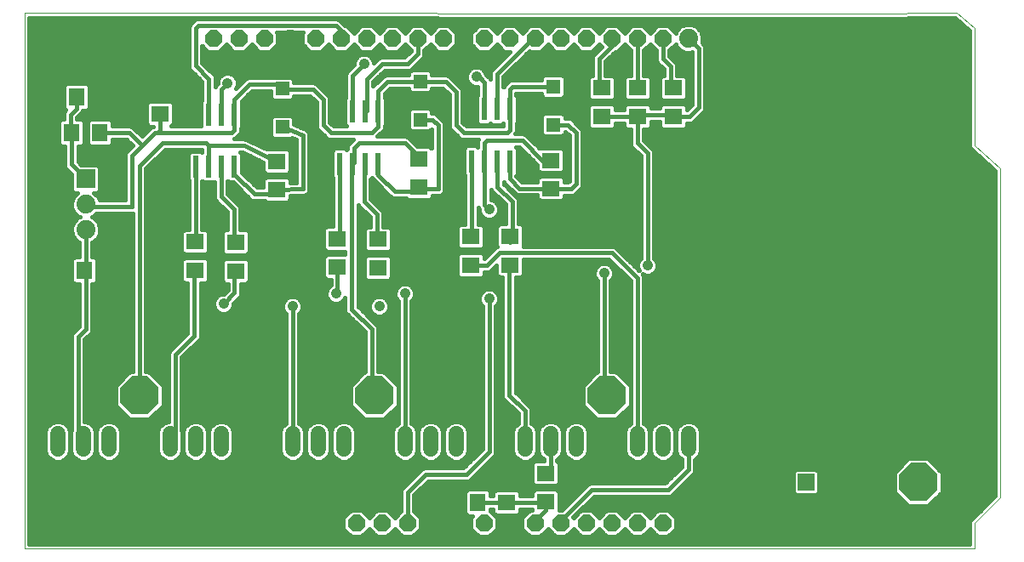
<source format=gtl>
G75*
%MOIN*%
%OFA0B0*%
%FSLAX25Y25*%
%IPPOS*%
%LPD*%
%AMOC8*
5,1,8,0,0,1.08239X$1,22.5*
%
%ADD10C,0.00000*%
%ADD11R,0.02362X0.08661*%
%ADD12R,0.07098X0.06299*%
%ADD13R,0.07087X0.06299*%
%ADD14R,0.05512X0.05512*%
%ADD15R,0.06299X0.07087*%
%ADD16OC8,0.06600*%
%ADD17C,0.06600*%
%ADD18R,0.06500X0.06500*%
%ADD19R,0.06299X0.07098*%
%ADD20R,0.07400X0.07400*%
%ADD21C,0.07400*%
%ADD22OC8,0.15000*%
%ADD23C,0.06000*%
%ADD24C,0.01600*%
%ADD25C,0.01000*%
%ADD26C,0.04134*%
D10*
X0005000Y0005000D02*
X0005000Y0215000D01*
X0330921Y0214701D01*
X0370000Y0215000D01*
X0377000Y0209000D01*
X0377000Y0163000D01*
X0387000Y0154000D01*
X0387000Y0025000D01*
X0377000Y0015000D01*
X0377000Y0005000D01*
X0005000Y0005000D01*
D11*
X0072185Y0154748D03*
X0077185Y0154748D03*
X0082185Y0154748D03*
X0087185Y0154748D03*
X0087185Y0175220D03*
X0082185Y0175220D03*
X0077185Y0175220D03*
X0072185Y0175220D03*
X0128500Y0176299D03*
X0133500Y0176299D03*
X0138500Y0176299D03*
X0143500Y0176299D03*
X0143500Y0155827D03*
X0138500Y0155827D03*
X0133500Y0155827D03*
X0128500Y0155827D03*
X0180106Y0156787D03*
X0185106Y0156787D03*
X0190106Y0156787D03*
X0195106Y0156787D03*
X0195106Y0177260D03*
X0190106Y0177260D03*
X0185106Y0177260D03*
X0180106Y0177260D03*
D12*
X0231000Y0174402D03*
X0245000Y0174402D03*
X0259000Y0174402D03*
X0259000Y0185598D03*
X0245000Y0185598D03*
X0231000Y0185598D03*
X0195244Y0127425D03*
X0179890Y0127268D03*
X0179890Y0116071D03*
X0195244Y0116228D03*
X0143362Y0115071D03*
X0127614Y0115307D03*
X0127614Y0126504D03*
X0143362Y0126268D03*
X0087677Y0125031D03*
X0071929Y0125268D03*
X0071929Y0114071D03*
X0087677Y0113835D03*
X0193898Y0034244D03*
X0209102Y0034535D03*
X0209102Y0023339D03*
X0193898Y0023047D03*
D13*
X0211268Y0146213D03*
X0211268Y0157236D03*
X0159386Y0157795D03*
X0159386Y0146772D03*
X0103937Y0145811D03*
X0103937Y0156835D03*
X0058000Y0175488D03*
X0058000Y0186512D03*
D14*
X0106000Y0185291D03*
X0106000Y0170331D03*
X0160000Y0173205D03*
X0160000Y0188165D03*
X0212063Y0186102D03*
X0212063Y0171142D03*
D15*
X0028512Y0114000D03*
X0017488Y0114000D03*
X0171472Y0023150D03*
X0182496Y0023150D03*
D16*
X0185000Y0015000D03*
X0175000Y0015000D03*
X0165000Y0015000D03*
X0155000Y0015000D03*
X0145000Y0015000D03*
X0135000Y0015000D03*
X0205000Y0015000D03*
X0215000Y0015000D03*
X0225000Y0015000D03*
X0235000Y0015000D03*
X0245000Y0015000D03*
X0255000Y0015000D03*
X0255000Y0205000D03*
X0245000Y0205000D03*
X0235000Y0205000D03*
X0225000Y0205000D03*
X0215000Y0205000D03*
X0205000Y0205000D03*
X0195000Y0205000D03*
X0185000Y0205000D03*
X0169000Y0205000D03*
X0159000Y0205000D03*
X0149000Y0205000D03*
X0139000Y0205000D03*
X0129000Y0205000D03*
X0119000Y0205000D03*
X0109000Y0205000D03*
X0099000Y0205000D03*
X0089000Y0205000D03*
X0079000Y0205000D03*
D17*
X0311000Y0061000D03*
D18*
X0311000Y0031000D03*
D19*
X0036598Y0182000D03*
X0025402Y0182000D03*
X0023402Y0168000D03*
X0034598Y0168000D03*
D20*
X0029000Y0150000D03*
D21*
X0029000Y0140000D03*
X0029000Y0130000D03*
X0265000Y0205000D03*
X0275000Y0205000D03*
D22*
X0233000Y0065000D03*
X0142000Y0065000D03*
X0050000Y0065000D03*
X0354000Y0062000D03*
X0355000Y0031000D03*
D23*
X0265000Y0044000D02*
X0265000Y0050000D01*
X0255000Y0050000D02*
X0255000Y0044000D01*
X0245000Y0044000D02*
X0245000Y0050000D01*
X0221000Y0050000D02*
X0221000Y0044000D01*
X0211000Y0044000D02*
X0211000Y0050000D01*
X0201000Y0050000D02*
X0201000Y0044000D01*
X0174000Y0044000D02*
X0174000Y0050000D01*
X0164000Y0050000D02*
X0164000Y0044000D01*
X0154000Y0044000D02*
X0154000Y0050000D01*
X0130000Y0050000D02*
X0130000Y0044000D01*
X0120000Y0044000D02*
X0120000Y0050000D01*
X0110000Y0050000D02*
X0110000Y0044000D01*
X0082000Y0044000D02*
X0082000Y0050000D01*
X0072000Y0050000D02*
X0072000Y0044000D01*
X0062000Y0044000D02*
X0062000Y0050000D01*
X0038000Y0050000D02*
X0038000Y0044000D01*
X0028000Y0044000D02*
X0028000Y0050000D01*
X0018000Y0050000D02*
X0018000Y0044000D01*
D24*
X0022478Y0042268D02*
X0023522Y0042268D01*
X0023200Y0043045D02*
X0023931Y0041281D01*
X0025281Y0039931D01*
X0027045Y0039200D01*
X0028955Y0039200D01*
X0030719Y0039931D01*
X0032069Y0041281D01*
X0032800Y0043045D01*
X0032800Y0050955D01*
X0032069Y0052719D01*
X0030719Y0054069D01*
X0028955Y0054800D01*
X0028600Y0054800D01*
X0028600Y0086923D01*
X0031204Y0089527D01*
X0031600Y0090483D01*
X0031600Y0108657D01*
X0032407Y0108657D01*
X0033461Y0109711D01*
X0033461Y0118289D01*
X0032407Y0119343D01*
X0031600Y0119343D01*
X0031600Y0125124D01*
X0032115Y0125337D01*
X0033663Y0126884D01*
X0034500Y0128906D01*
X0034500Y0131094D01*
X0033663Y0133115D01*
X0032115Y0134663D01*
X0031301Y0135000D01*
X0032115Y0135337D01*
X0033178Y0136400D01*
X0047400Y0136400D01*
X0047400Y0074300D01*
X0046148Y0074300D01*
X0040700Y0068852D01*
X0040700Y0061148D01*
X0046148Y0055700D01*
X0053852Y0055700D01*
X0059300Y0061148D01*
X0059300Y0068852D01*
X0053852Y0074300D01*
X0052600Y0074300D01*
X0052600Y0153923D01*
X0060077Y0161400D01*
X0074435Y0161400D01*
X0074455Y0160536D01*
X0074112Y0160879D01*
X0070258Y0160879D01*
X0069204Y0159824D01*
X0069204Y0149672D01*
X0069400Y0149476D01*
X0069400Y0130217D01*
X0067634Y0130217D01*
X0066580Y0129163D01*
X0066580Y0121373D01*
X0067634Y0120318D01*
X0076224Y0120318D01*
X0077278Y0121373D01*
X0077278Y0129163D01*
X0076224Y0130217D01*
X0074600Y0130217D01*
X0074600Y0149106D01*
X0074685Y0149191D01*
X0075258Y0148617D01*
X0079112Y0148617D01*
X0079400Y0148906D01*
X0079400Y0142483D01*
X0079796Y0141527D01*
X0084400Y0136923D01*
X0084400Y0129981D01*
X0083382Y0129981D01*
X0082328Y0128927D01*
X0082328Y0121136D01*
X0083382Y0120082D01*
X0091972Y0120082D01*
X0093026Y0121136D01*
X0093026Y0128927D01*
X0091972Y0129981D01*
X0089600Y0129981D01*
X0089600Y0138517D01*
X0089204Y0139473D01*
X0088473Y0140204D01*
X0084600Y0144077D01*
X0084600Y0149106D01*
X0084685Y0149191D01*
X0085258Y0148617D01*
X0086706Y0148617D01*
X0092796Y0142527D01*
X0093527Y0141796D01*
X0094483Y0141400D01*
X0099110Y0141400D01*
X0099648Y0140861D01*
X0108226Y0140861D01*
X0109280Y0141916D01*
X0109280Y0143311D01*
X0114024Y0143400D01*
X0114517Y0143400D01*
X0114541Y0143410D01*
X0114566Y0143410D01*
X0115017Y0143607D01*
X0115473Y0143796D01*
X0115491Y0143814D01*
X0115514Y0143824D01*
X0115856Y0144179D01*
X0116204Y0144527D01*
X0116214Y0144551D01*
X0116231Y0144569D01*
X0116411Y0145027D01*
X0116600Y0145483D01*
X0116600Y0145508D01*
X0116609Y0145532D01*
X0116600Y0146024D01*
X0116600Y0166999D01*
X0116601Y0167512D01*
X0116600Y0167515D01*
X0116600Y0167517D01*
X0116403Y0167993D01*
X0116207Y0168469D01*
X0116205Y0168471D01*
X0116204Y0168473D01*
X0115842Y0168835D01*
X0115477Y0169201D01*
X0115474Y0169202D01*
X0115473Y0169204D01*
X0114998Y0169401D01*
X0110556Y0171250D01*
X0110556Y0173832D01*
X0109501Y0174887D01*
X0102498Y0174887D01*
X0101444Y0173832D01*
X0101444Y0166829D01*
X0102498Y0165775D01*
X0109501Y0165775D01*
X0109700Y0165974D01*
X0111400Y0165266D01*
X0111400Y0148552D01*
X0109280Y0148512D01*
X0109280Y0149706D01*
X0108226Y0150761D01*
X0099648Y0150761D01*
X0098594Y0149706D01*
X0098594Y0146600D01*
X0096077Y0146600D01*
X0090166Y0152511D01*
X0090166Y0159824D01*
X0089590Y0160400D01*
X0090412Y0160400D01*
X0098594Y0156501D01*
X0098594Y0152939D01*
X0099648Y0151885D01*
X0108226Y0151885D01*
X0109280Y0152939D01*
X0109280Y0160730D01*
X0108226Y0161784D01*
X0099648Y0161784D01*
X0099631Y0161767D01*
X0092522Y0165155D01*
X0092473Y0165204D01*
X0092057Y0165376D01*
X0091652Y0165570D01*
X0091582Y0165573D01*
X0091517Y0165600D01*
X0091068Y0165600D01*
X0090619Y0165623D01*
X0090553Y0165600D01*
X0087000Y0165600D01*
X0087473Y0165796D01*
X0088204Y0166527D01*
X0089389Y0167712D01*
X0089785Y0168668D01*
X0089785Y0169763D01*
X0090166Y0170144D01*
X0090166Y0180297D01*
X0090070Y0180393D01*
X0094077Y0184400D01*
X0101444Y0184400D01*
X0101444Y0181790D01*
X0102498Y0180735D01*
X0109501Y0180735D01*
X0110556Y0181790D01*
X0110556Y0182400D01*
X0116923Y0182400D01*
X0119400Y0179923D01*
X0119400Y0170483D01*
X0119796Y0169527D01*
X0120527Y0168796D01*
X0123527Y0165796D01*
X0124483Y0165400D01*
X0133723Y0165400D01*
X0132527Y0164204D01*
X0131796Y0163473D01*
X0131400Y0162517D01*
X0131400Y0161784D01*
X0131000Y0161384D01*
X0130427Y0161957D01*
X0126573Y0161957D01*
X0125519Y0160903D01*
X0125519Y0150750D01*
X0125900Y0150369D01*
X0125900Y0131454D01*
X0123319Y0131454D01*
X0122265Y0130399D01*
X0122265Y0122609D01*
X0123319Y0121554D01*
X0130550Y0121554D01*
X0130550Y0120257D01*
X0123319Y0120257D01*
X0122265Y0119202D01*
X0122265Y0111412D01*
X0123319Y0110357D01*
X0125014Y0110357D01*
X0125014Y0108363D01*
X0124810Y0108278D01*
X0123722Y0107190D01*
X0123133Y0105769D01*
X0123133Y0104231D01*
X0123722Y0102810D01*
X0124810Y0101722D01*
X0126231Y0101133D01*
X0127769Y0101133D01*
X0129190Y0101722D01*
X0130278Y0102810D01*
X0130550Y0103466D01*
X0130550Y0098333D01*
X0130946Y0097377D01*
X0138400Y0089923D01*
X0138400Y0074300D01*
X0138148Y0074300D01*
X0132700Y0068852D01*
X0132700Y0061148D01*
X0138148Y0055700D01*
X0145852Y0055700D01*
X0151300Y0061148D01*
X0151300Y0068852D01*
X0145852Y0074300D01*
X0143600Y0074300D01*
X0143600Y0091517D01*
X0143204Y0092473D01*
X0142473Y0093204D01*
X0135750Y0099927D01*
X0135750Y0139638D01*
X0135796Y0139527D01*
X0140400Y0134923D01*
X0140400Y0131217D01*
X0139067Y0131217D01*
X0138013Y0130163D01*
X0138013Y0122373D01*
X0139067Y0121318D01*
X0147657Y0121318D01*
X0148711Y0122373D01*
X0148711Y0130163D01*
X0147657Y0131217D01*
X0145600Y0131217D01*
X0145600Y0136517D01*
X0145204Y0137473D01*
X0140600Y0142077D01*
X0140600Y0149869D01*
X0141000Y0150269D01*
X0141573Y0149696D01*
X0141627Y0149696D01*
X0147796Y0143527D01*
X0148527Y0142796D01*
X0149483Y0142400D01*
X0154519Y0142400D01*
X0155097Y0141822D01*
X0163675Y0141822D01*
X0164729Y0142876D01*
X0164729Y0143400D01*
X0167517Y0143400D01*
X0168473Y0143796D01*
X0169204Y0144527D01*
X0169600Y0145483D01*
X0169600Y0171517D01*
X0169204Y0172473D01*
X0168473Y0173204D01*
X0166268Y0175409D01*
X0165312Y0175805D01*
X0164556Y0175805D01*
X0164556Y0176706D01*
X0163501Y0177761D01*
X0156498Y0177761D01*
X0155444Y0176706D01*
X0155444Y0169703D01*
X0156498Y0168649D01*
X0163501Y0168649D01*
X0164400Y0169547D01*
X0164400Y0162020D01*
X0163675Y0162745D01*
X0158932Y0162745D01*
X0156204Y0165473D01*
X0155473Y0166204D01*
X0154517Y0166600D01*
X0143277Y0166600D01*
X0145704Y0169027D01*
X0146100Y0169983D01*
X0146100Y0170842D01*
X0146481Y0171223D01*
X0146481Y0181376D01*
X0146100Y0181757D01*
X0146100Y0183423D01*
X0148077Y0185400D01*
X0155444Y0185400D01*
X0155444Y0184664D01*
X0156498Y0183609D01*
X0163501Y0183609D01*
X0164556Y0184664D01*
X0164556Y0185400D01*
X0168923Y0185400D01*
X0171400Y0182923D01*
X0171400Y0170483D01*
X0171796Y0169527D01*
X0172527Y0168796D01*
X0175527Y0165796D01*
X0176483Y0165400D01*
X0182766Y0165400D01*
X0182400Y0164517D01*
X0182400Y0162551D01*
X0182033Y0162918D01*
X0178180Y0162918D01*
X0177125Y0161864D01*
X0177125Y0151711D01*
X0177506Y0151330D01*
X0177506Y0132217D01*
X0175595Y0132217D01*
X0174541Y0131163D01*
X0174541Y0123373D01*
X0175595Y0122318D01*
X0184185Y0122318D01*
X0185239Y0123373D01*
X0185239Y0131163D01*
X0184185Y0132217D01*
X0182706Y0132217D01*
X0182706Y0138894D01*
X0182902Y0138421D01*
X0183133Y0138190D01*
X0183133Y0137231D01*
X0183722Y0135810D01*
X0184810Y0134722D01*
X0186231Y0134133D01*
X0187769Y0134133D01*
X0189190Y0134722D01*
X0190278Y0135810D01*
X0190867Y0137231D01*
X0190867Y0138769D01*
X0190278Y0140190D01*
X0189190Y0141278D01*
X0187769Y0141867D01*
X0187706Y0141867D01*
X0187706Y0145894D01*
X0187902Y0145421D01*
X0193400Y0139923D01*
X0193400Y0132375D01*
X0190949Y0132375D01*
X0189895Y0131320D01*
X0189895Y0123530D01*
X0190043Y0123382D01*
X0189559Y0123182D01*
X0188828Y0122451D01*
X0185239Y0118862D01*
X0185239Y0119966D01*
X0184185Y0121020D01*
X0175595Y0121020D01*
X0174541Y0119966D01*
X0174541Y0112176D01*
X0175595Y0111121D01*
X0184185Y0111121D01*
X0185239Y0112176D01*
X0185239Y0113471D01*
X0186642Y0113471D01*
X0187598Y0113867D01*
X0189895Y0116164D01*
X0189895Y0112333D01*
X0190949Y0111279D01*
X0192200Y0111279D01*
X0192200Y0064683D01*
X0192596Y0063727D01*
X0198400Y0057923D01*
X0198400Y0054119D01*
X0198281Y0054069D01*
X0196931Y0052719D01*
X0196200Y0050955D01*
X0196200Y0043045D01*
X0196931Y0041281D01*
X0198281Y0039931D01*
X0200045Y0039200D01*
X0201955Y0039200D01*
X0203719Y0039931D01*
X0205069Y0041281D01*
X0205800Y0043045D01*
X0205800Y0050955D01*
X0205069Y0052719D01*
X0203719Y0054069D01*
X0203600Y0054119D01*
X0203600Y0059517D01*
X0203204Y0060473D01*
X0202473Y0061204D01*
X0197400Y0066277D01*
X0197400Y0111279D01*
X0199539Y0111279D01*
X0200593Y0112333D01*
X0200593Y0118378D01*
X0233945Y0118378D01*
X0242400Y0109923D01*
X0242400Y0054119D01*
X0242281Y0054069D01*
X0240931Y0052719D01*
X0240200Y0050955D01*
X0240200Y0043045D01*
X0240931Y0041281D01*
X0242281Y0039931D01*
X0244045Y0039200D01*
X0245955Y0039200D01*
X0247719Y0039931D01*
X0249069Y0041281D01*
X0249800Y0043045D01*
X0249800Y0050955D01*
X0249069Y0052719D01*
X0247719Y0054069D01*
X0247600Y0054119D01*
X0247600Y0111517D01*
X0247204Y0112473D01*
X0247058Y0112619D01*
X0248231Y0112133D01*
X0249769Y0112133D01*
X0251190Y0112722D01*
X0252278Y0113810D01*
X0252867Y0115231D01*
X0252867Y0116769D01*
X0252278Y0118190D01*
X0251600Y0118869D01*
X0251600Y0160517D01*
X0251204Y0161473D01*
X0247600Y0165077D01*
X0247600Y0169452D01*
X0249295Y0169452D01*
X0250349Y0170506D01*
X0250349Y0172400D01*
X0253651Y0172400D01*
X0253651Y0170506D01*
X0254705Y0169452D01*
X0263295Y0169452D01*
X0264349Y0170506D01*
X0264349Y0171802D01*
X0265919Y0171802D01*
X0266874Y0172197D01*
X0271204Y0176527D01*
X0271600Y0177483D01*
X0271600Y0201517D01*
X0271204Y0202473D01*
X0270286Y0203390D01*
X0270500Y0203906D01*
X0270500Y0206094D01*
X0269663Y0208115D01*
X0268115Y0209663D01*
X0266094Y0210500D01*
X0263906Y0210500D01*
X0261884Y0209663D01*
X0260337Y0208115D01*
X0259974Y0207238D01*
X0257112Y0210100D01*
X0252888Y0210100D01*
X0250000Y0207212D01*
X0247112Y0210100D01*
X0242888Y0210100D01*
X0240000Y0207212D01*
X0237112Y0210100D01*
X0232888Y0210100D01*
X0230000Y0207212D01*
X0227112Y0210100D01*
X0222888Y0210100D01*
X0220000Y0207212D01*
X0217112Y0210100D01*
X0212888Y0210100D01*
X0210000Y0207212D01*
X0207112Y0210100D01*
X0202888Y0210100D01*
X0200000Y0207212D01*
X0197112Y0210100D01*
X0192888Y0210100D01*
X0190000Y0207212D01*
X0187112Y0210100D01*
X0182888Y0210100D01*
X0179900Y0207112D01*
X0179900Y0202888D01*
X0182888Y0199900D01*
X0187112Y0199900D01*
X0190000Y0202788D01*
X0192888Y0199900D01*
X0195223Y0199900D01*
X0187796Y0192473D01*
X0187400Y0191517D01*
X0187400Y0189150D01*
X0187310Y0189366D01*
X0185838Y0190839D01*
X0185278Y0192190D01*
X0184190Y0193278D01*
X0182769Y0193867D01*
X0181231Y0193867D01*
X0179810Y0193278D01*
X0178722Y0192190D01*
X0178133Y0190769D01*
X0178133Y0189231D01*
X0178722Y0187810D01*
X0179810Y0186722D01*
X0181231Y0186133D01*
X0182506Y0186133D01*
X0182506Y0182717D01*
X0182125Y0182336D01*
X0182125Y0172184D01*
X0183180Y0171129D01*
X0187033Y0171129D01*
X0187606Y0171702D01*
X0188180Y0171129D01*
X0192033Y0171129D01*
X0192506Y0171602D01*
X0192506Y0170600D01*
X0178077Y0170600D01*
X0176600Y0172077D01*
X0176600Y0184517D01*
X0176204Y0185473D01*
X0172204Y0189473D01*
X0171473Y0190204D01*
X0170517Y0190600D01*
X0164556Y0190600D01*
X0164556Y0191667D01*
X0163501Y0192721D01*
X0156498Y0192721D01*
X0155444Y0191667D01*
X0155444Y0190600D01*
X0146483Y0190600D01*
X0145527Y0190204D01*
X0144796Y0189473D01*
X0141600Y0186277D01*
X0141600Y0187923D01*
X0146077Y0192400D01*
X0155517Y0192400D01*
X0156473Y0192796D01*
X0157204Y0193527D01*
X0161204Y0197527D01*
X0161600Y0198483D01*
X0161600Y0200388D01*
X0164000Y0202788D01*
X0166888Y0199900D01*
X0171112Y0199900D01*
X0174100Y0202888D01*
X0174100Y0207112D01*
X0171112Y0210100D01*
X0166888Y0210100D01*
X0164000Y0207212D01*
X0161112Y0210100D01*
X0156888Y0210100D01*
X0154000Y0207212D01*
X0151112Y0210100D01*
X0146888Y0210100D01*
X0144000Y0207212D01*
X0141112Y0210100D01*
X0136888Y0210100D01*
X0134000Y0207212D01*
X0131112Y0210100D01*
X0130577Y0210100D01*
X0129204Y0211473D01*
X0128473Y0212204D01*
X0127517Y0212600D01*
X0111871Y0212600D01*
X0111630Y0212700D01*
X0072583Y0212700D01*
X0071627Y0212304D01*
X0070527Y0211204D01*
X0069796Y0210473D01*
X0069400Y0209517D01*
X0069400Y0193853D01*
X0069796Y0192897D01*
X0074585Y0188108D01*
X0074585Y0180678D01*
X0074204Y0180297D01*
X0074204Y0170600D01*
X0062350Y0170600D01*
X0063343Y0171593D01*
X0063343Y0179383D01*
X0062289Y0180438D01*
X0053711Y0180438D01*
X0052657Y0179383D01*
X0052657Y0171593D01*
X0053711Y0170539D01*
X0055335Y0170539D01*
X0054527Y0170204D01*
X0051000Y0166677D01*
X0047473Y0170204D01*
X0046517Y0170600D01*
X0039548Y0170600D01*
X0039548Y0172295D01*
X0038494Y0173349D01*
X0030703Y0173349D01*
X0029649Y0172295D01*
X0029649Y0163705D01*
X0030703Y0162651D01*
X0038494Y0162651D01*
X0039548Y0163705D01*
X0039548Y0165400D01*
X0044923Y0165400D01*
X0047323Y0163000D01*
X0044796Y0160473D01*
X0044400Y0159517D01*
X0044400Y0141600D01*
X0034290Y0141600D01*
X0033663Y0143115D01*
X0032278Y0144500D01*
X0033446Y0144500D01*
X0034500Y0145554D01*
X0034500Y0154446D01*
X0033446Y0155500D01*
X0027177Y0155500D01*
X0026002Y0156675D01*
X0026002Y0162651D01*
X0027297Y0162651D01*
X0028351Y0163705D01*
X0028351Y0172295D01*
X0027297Y0173349D01*
X0025600Y0173349D01*
X0025600Y0173923D01*
X0027606Y0175929D01*
X0027905Y0176651D01*
X0029297Y0176651D01*
X0030351Y0177705D01*
X0030351Y0186295D01*
X0029297Y0187349D01*
X0021506Y0187349D01*
X0020452Y0186295D01*
X0020452Y0177705D01*
X0021240Y0176917D01*
X0020796Y0176473D01*
X0020400Y0175517D01*
X0020400Y0173349D01*
X0019506Y0173349D01*
X0018452Y0172295D01*
X0018452Y0163705D01*
X0019506Y0162651D01*
X0020802Y0162651D01*
X0020802Y0155081D01*
X0021197Y0154126D01*
X0023500Y0151823D01*
X0023500Y0145554D01*
X0024554Y0144500D01*
X0025722Y0144500D01*
X0024337Y0143115D01*
X0023500Y0141094D01*
X0023500Y0138906D01*
X0024337Y0136884D01*
X0025884Y0135337D01*
X0026699Y0135000D01*
X0025884Y0134663D01*
X0024337Y0133115D01*
X0023500Y0131094D01*
X0023500Y0128906D01*
X0024337Y0126884D01*
X0025884Y0125337D01*
X0026400Y0125124D01*
X0026400Y0119343D01*
X0024617Y0119343D01*
X0023562Y0118289D01*
X0023562Y0109711D01*
X0024617Y0108657D01*
X0026400Y0108657D01*
X0026400Y0092077D01*
X0023796Y0089473D01*
X0023400Y0088517D01*
X0023400Y0051438D01*
X0023200Y0050955D01*
X0023200Y0043045D01*
X0022800Y0043045D02*
X0022800Y0050955D01*
X0022069Y0052719D01*
X0020719Y0054069D01*
X0018955Y0054800D01*
X0017045Y0054800D01*
X0015281Y0054069D01*
X0013931Y0052719D01*
X0013200Y0050955D01*
X0013200Y0043045D01*
X0013931Y0041281D01*
X0015281Y0039931D01*
X0017045Y0039200D01*
X0018955Y0039200D01*
X0020719Y0039931D01*
X0022069Y0041281D01*
X0022800Y0043045D01*
X0022800Y0043866D02*
X0023200Y0043866D01*
X0023200Y0045465D02*
X0022800Y0045465D01*
X0022800Y0047063D02*
X0023200Y0047063D01*
X0023200Y0048662D02*
X0022800Y0048662D01*
X0022800Y0050260D02*
X0023200Y0050260D01*
X0023400Y0051859D02*
X0022426Y0051859D01*
X0023400Y0053457D02*
X0021331Y0053457D01*
X0023400Y0055056D02*
X0006800Y0055056D01*
X0006800Y0056654D02*
X0023400Y0056654D01*
X0023400Y0058253D02*
X0006800Y0058253D01*
X0006800Y0059851D02*
X0023400Y0059851D01*
X0023400Y0061450D02*
X0006800Y0061450D01*
X0006800Y0063048D02*
X0023400Y0063048D01*
X0023400Y0064647D02*
X0006800Y0064647D01*
X0006800Y0066245D02*
X0023400Y0066245D01*
X0023400Y0067844D02*
X0006800Y0067844D01*
X0006800Y0069442D02*
X0023400Y0069442D01*
X0023400Y0071041D02*
X0006800Y0071041D01*
X0006800Y0072639D02*
X0023400Y0072639D01*
X0023400Y0074238D02*
X0006800Y0074238D01*
X0006800Y0075836D02*
X0023400Y0075836D01*
X0023400Y0077435D02*
X0006800Y0077435D01*
X0006800Y0079033D02*
X0023400Y0079033D01*
X0023400Y0080632D02*
X0006800Y0080632D01*
X0006800Y0082230D02*
X0023400Y0082230D01*
X0023400Y0083829D02*
X0006800Y0083829D01*
X0006800Y0085427D02*
X0023400Y0085427D01*
X0023400Y0087026D02*
X0006800Y0087026D01*
X0006800Y0088624D02*
X0023444Y0088624D01*
X0024546Y0090223D02*
X0006800Y0090223D01*
X0006800Y0091821D02*
X0026144Y0091821D01*
X0026400Y0093420D02*
X0006800Y0093420D01*
X0006800Y0095018D02*
X0026400Y0095018D01*
X0026400Y0096617D02*
X0006800Y0096617D01*
X0006800Y0098215D02*
X0026400Y0098215D01*
X0026400Y0099814D02*
X0006800Y0099814D01*
X0006800Y0101412D02*
X0026400Y0101412D01*
X0026400Y0103011D02*
X0006800Y0103011D01*
X0006800Y0104609D02*
X0026400Y0104609D01*
X0026400Y0106208D02*
X0006800Y0106208D01*
X0006800Y0107806D02*
X0026400Y0107806D01*
X0023868Y0109405D02*
X0006800Y0109405D01*
X0006800Y0111003D02*
X0023562Y0111003D01*
X0023562Y0112602D02*
X0006800Y0112602D01*
X0006800Y0114201D02*
X0023562Y0114201D01*
X0023562Y0115799D02*
X0006800Y0115799D01*
X0006800Y0117398D02*
X0023562Y0117398D01*
X0024269Y0118996D02*
X0006800Y0118996D01*
X0006800Y0120595D02*
X0026400Y0120595D01*
X0026400Y0122193D02*
X0006800Y0122193D01*
X0006800Y0123792D02*
X0026400Y0123792D01*
X0025832Y0125390D02*
X0006800Y0125390D01*
X0006800Y0126989D02*
X0024294Y0126989D01*
X0023632Y0128587D02*
X0006800Y0128587D01*
X0006800Y0130186D02*
X0023500Y0130186D01*
X0023786Y0131784D02*
X0006800Y0131784D01*
X0006800Y0133383D02*
X0024604Y0133383D01*
X0026653Y0134981D02*
X0006800Y0134981D01*
X0006800Y0136580D02*
X0024642Y0136580D01*
X0023801Y0138178D02*
X0006800Y0138178D01*
X0006800Y0139777D02*
X0023500Y0139777D01*
X0023616Y0141375D02*
X0006800Y0141375D01*
X0006800Y0142974D02*
X0024279Y0142974D01*
X0024482Y0144572D02*
X0006800Y0144572D01*
X0006800Y0146171D02*
X0023500Y0146171D01*
X0023500Y0147769D02*
X0006800Y0147769D01*
X0006800Y0149368D02*
X0023500Y0149368D01*
X0023500Y0150966D02*
X0006800Y0150966D01*
X0006800Y0152565D02*
X0022758Y0152565D01*
X0021182Y0154163D02*
X0006800Y0154163D01*
X0006800Y0155762D02*
X0020802Y0155762D01*
X0020802Y0157360D02*
X0006800Y0157360D01*
X0006800Y0158959D02*
X0020802Y0158959D01*
X0020802Y0160557D02*
X0006800Y0160557D01*
X0006800Y0162156D02*
X0020802Y0162156D01*
X0018452Y0163754D02*
X0006800Y0163754D01*
X0006800Y0165353D02*
X0018452Y0165353D01*
X0018452Y0166951D02*
X0006800Y0166951D01*
X0006800Y0168550D02*
X0018452Y0168550D01*
X0018452Y0170148D02*
X0006800Y0170148D01*
X0006800Y0171747D02*
X0018452Y0171747D01*
X0019503Y0173345D02*
X0006800Y0173345D01*
X0006800Y0174944D02*
X0020400Y0174944D01*
X0020866Y0176542D02*
X0006800Y0176542D01*
X0006800Y0178141D02*
X0020452Y0178141D01*
X0020452Y0179739D02*
X0006800Y0179739D01*
X0006800Y0181338D02*
X0020452Y0181338D01*
X0020452Y0182937D02*
X0006800Y0182937D01*
X0006800Y0184535D02*
X0020452Y0184535D01*
X0020452Y0186134D02*
X0006800Y0186134D01*
X0006800Y0187732D02*
X0074585Y0187732D01*
X0074585Y0186134D02*
X0030351Y0186134D01*
X0030351Y0184535D02*
X0074585Y0184535D01*
X0074585Y0182937D02*
X0030351Y0182937D01*
X0030351Y0181338D02*
X0074585Y0181338D01*
X0074204Y0179739D02*
X0062987Y0179739D01*
X0063343Y0178141D02*
X0074204Y0178141D01*
X0074204Y0176542D02*
X0063343Y0176542D01*
X0063343Y0174944D02*
X0074204Y0174944D01*
X0074204Y0173345D02*
X0063343Y0173345D01*
X0063343Y0171747D02*
X0074204Y0171747D01*
X0077185Y0175220D02*
X0077185Y0189185D01*
X0072000Y0194370D01*
X0072000Y0209000D01*
X0073100Y0210100D01*
X0111112Y0210100D01*
X0111212Y0210000D01*
X0127000Y0210000D01*
X0129000Y0208000D01*
X0129000Y0205000D01*
X0133331Y0202119D02*
X0134669Y0202119D01*
X0134000Y0202788D02*
X0136888Y0199900D01*
X0141112Y0199900D01*
X0144000Y0202788D01*
X0146888Y0199900D01*
X0151112Y0199900D01*
X0154000Y0202788D01*
X0156400Y0200388D01*
X0156400Y0200077D01*
X0153923Y0197600D01*
X0144483Y0197600D01*
X0143527Y0197204D01*
X0141867Y0195544D01*
X0141867Y0195769D01*
X0141278Y0197190D01*
X0140190Y0198278D01*
X0138769Y0198867D01*
X0137231Y0198867D01*
X0135810Y0198278D01*
X0134722Y0197190D01*
X0134133Y0195769D01*
X0134133Y0194810D01*
X0132027Y0192704D01*
X0131296Y0191973D01*
X0130900Y0191017D01*
X0130900Y0181757D01*
X0130519Y0181376D01*
X0130519Y0177603D01*
X0130400Y0177316D01*
X0130400Y0176282D01*
X0130519Y0175995D01*
X0130519Y0171223D01*
X0131142Y0170600D01*
X0126077Y0170600D01*
X0124600Y0172077D01*
X0124600Y0181517D01*
X0124204Y0182473D01*
X0120204Y0186473D01*
X0119473Y0187204D01*
X0118517Y0187600D01*
X0110556Y0187600D01*
X0110556Y0188793D01*
X0109501Y0189847D01*
X0102498Y0189847D01*
X0102251Y0189600D01*
X0092483Y0189600D01*
X0091527Y0189204D01*
X0090796Y0188473D01*
X0087881Y0185558D01*
X0088367Y0186731D01*
X0088367Y0188269D01*
X0087778Y0189690D01*
X0086690Y0190778D01*
X0085269Y0191367D01*
X0083731Y0191367D01*
X0082310Y0190778D01*
X0081222Y0189690D01*
X0080633Y0188269D01*
X0080633Y0187310D01*
X0079981Y0186658D01*
X0079785Y0186185D01*
X0079785Y0189702D01*
X0079389Y0190658D01*
X0074600Y0195447D01*
X0074600Y0202188D01*
X0076888Y0199900D01*
X0081112Y0199900D01*
X0084000Y0202788D01*
X0086888Y0199900D01*
X0091112Y0199900D01*
X0094000Y0202788D01*
X0096888Y0199900D01*
X0101112Y0199900D01*
X0104100Y0202888D01*
X0104100Y0207112D01*
X0103712Y0207500D01*
X0110454Y0207500D01*
X0110695Y0207400D01*
X0114188Y0207400D01*
X0113900Y0207112D01*
X0113900Y0202888D01*
X0116888Y0199900D01*
X0121112Y0199900D01*
X0124000Y0202788D01*
X0126888Y0199900D01*
X0131112Y0199900D01*
X0134000Y0202788D01*
X0131733Y0200520D02*
X0136267Y0200520D01*
X0134854Y0197323D02*
X0074600Y0197323D01*
X0074600Y0195725D02*
X0134133Y0195725D01*
X0133449Y0194126D02*
X0075921Y0194126D01*
X0077519Y0192528D02*
X0131851Y0192528D01*
X0132027Y0192704D02*
X0132027Y0192704D01*
X0130900Y0190929D02*
X0086326Y0190929D01*
X0087927Y0189331D02*
X0091832Y0189331D01*
X0090055Y0187732D02*
X0088367Y0187732D01*
X0088457Y0186134D02*
X0088120Y0186134D01*
X0084500Y0187500D02*
X0082185Y0185185D01*
X0082185Y0175220D01*
X0087185Y0175220D02*
X0087185Y0169185D01*
X0086000Y0168000D01*
X0057000Y0168000D01*
X0058000Y0169000D01*
X0058000Y0175488D01*
X0052657Y0174944D02*
X0026621Y0174944D01*
X0027301Y0173345D02*
X0030699Y0173345D01*
X0029649Y0171747D02*
X0028351Y0171747D01*
X0028351Y0170148D02*
X0029649Y0170148D01*
X0029649Y0168550D02*
X0028351Y0168550D01*
X0028351Y0166951D02*
X0029649Y0166951D01*
X0029649Y0165353D02*
X0028351Y0165353D01*
X0028351Y0163754D02*
X0029649Y0163754D01*
X0026002Y0162156D02*
X0046479Y0162156D01*
X0046569Y0163754D02*
X0039548Y0163754D01*
X0039548Y0165353D02*
X0044970Y0165353D01*
X0046000Y0168000D02*
X0051000Y0163000D01*
X0047000Y0159000D01*
X0047000Y0139000D01*
X0030000Y0139000D01*
X0029000Y0140000D01*
X0033721Y0142974D02*
X0044400Y0142974D01*
X0044400Y0144572D02*
X0033518Y0144572D01*
X0034500Y0146171D02*
X0044400Y0146171D01*
X0044400Y0147769D02*
X0034500Y0147769D01*
X0034500Y0149368D02*
X0044400Y0149368D01*
X0044400Y0150966D02*
X0034500Y0150966D01*
X0034500Y0152565D02*
X0044400Y0152565D01*
X0044400Y0154163D02*
X0034500Y0154163D01*
X0029000Y0150000D02*
X0023402Y0155598D01*
X0023402Y0168000D01*
X0023000Y0168402D01*
X0023000Y0175000D01*
X0025402Y0177402D01*
X0025402Y0182000D01*
X0030351Y0179739D02*
X0053013Y0179739D01*
X0052657Y0178141D02*
X0030351Y0178141D01*
X0027860Y0176542D02*
X0052657Y0176542D01*
X0052657Y0173345D02*
X0038497Y0173345D01*
X0039548Y0171747D02*
X0052657Y0171747D01*
X0054471Y0170148D02*
X0047529Y0170148D01*
X0049127Y0168550D02*
X0052873Y0168550D01*
X0051274Y0166951D02*
X0050726Y0166951D01*
X0051000Y0163000D02*
X0056000Y0168000D01*
X0057000Y0168000D01*
X0059000Y0164000D02*
X0076000Y0164000D01*
X0077000Y0163000D01*
X0077185Y0154748D01*
X0072000Y0152000D02*
X0072000Y0125339D01*
X0071929Y0125268D01*
X0066580Y0125390D02*
X0052600Y0125390D01*
X0052600Y0123792D02*
X0066580Y0123792D01*
X0066580Y0122193D02*
X0052600Y0122193D01*
X0052600Y0120595D02*
X0067358Y0120595D01*
X0067634Y0119020D02*
X0066580Y0117966D01*
X0066580Y0110176D01*
X0067634Y0109121D01*
X0068900Y0109121D01*
X0068900Y0089577D01*
X0061796Y0082473D01*
X0061400Y0081517D01*
X0061400Y0054800D01*
X0061045Y0054800D01*
X0059281Y0054069D01*
X0057931Y0052719D01*
X0057200Y0050955D01*
X0057200Y0043045D01*
X0057931Y0041281D01*
X0059281Y0039931D01*
X0061045Y0039200D01*
X0062955Y0039200D01*
X0064719Y0039931D01*
X0066069Y0041281D01*
X0066800Y0043045D01*
X0066800Y0050955D01*
X0066600Y0051438D01*
X0066600Y0079923D01*
X0073704Y0087027D01*
X0074100Y0087983D01*
X0074100Y0109121D01*
X0076224Y0109121D01*
X0077278Y0110176D01*
X0077278Y0117966D01*
X0076224Y0119020D01*
X0067634Y0119020D01*
X0067610Y0118996D02*
X0052600Y0118996D01*
X0052600Y0117398D02*
X0066580Y0117398D01*
X0066580Y0115799D02*
X0052600Y0115799D01*
X0052600Y0114201D02*
X0066580Y0114201D01*
X0066580Y0112602D02*
X0052600Y0112602D01*
X0052600Y0111003D02*
X0066580Y0111003D01*
X0067351Y0109405D02*
X0052600Y0109405D01*
X0052600Y0107806D02*
X0068900Y0107806D01*
X0068900Y0106208D02*
X0052600Y0106208D01*
X0052600Y0104609D02*
X0068900Y0104609D01*
X0068900Y0103011D02*
X0052600Y0103011D01*
X0052600Y0101412D02*
X0068900Y0101412D01*
X0068900Y0099814D02*
X0052600Y0099814D01*
X0052600Y0098215D02*
X0068900Y0098215D01*
X0068900Y0096617D02*
X0052600Y0096617D01*
X0052600Y0095018D02*
X0068900Y0095018D01*
X0068900Y0093420D02*
X0052600Y0093420D01*
X0052600Y0091821D02*
X0068900Y0091821D01*
X0068900Y0090223D02*
X0052600Y0090223D01*
X0052600Y0088624D02*
X0067947Y0088624D01*
X0066349Y0087026D02*
X0052600Y0087026D01*
X0052600Y0085427D02*
X0064750Y0085427D01*
X0063152Y0083829D02*
X0052600Y0083829D01*
X0052600Y0082230D02*
X0061695Y0082230D01*
X0061400Y0080632D02*
X0052600Y0080632D01*
X0052600Y0079033D02*
X0061400Y0079033D01*
X0061400Y0077435D02*
X0052600Y0077435D01*
X0052600Y0075836D02*
X0061400Y0075836D01*
X0061400Y0074238D02*
X0053914Y0074238D01*
X0055513Y0072639D02*
X0061400Y0072639D01*
X0061400Y0071041D02*
X0057111Y0071041D01*
X0058710Y0069442D02*
X0061400Y0069442D01*
X0061400Y0067844D02*
X0059300Y0067844D01*
X0059300Y0066245D02*
X0061400Y0066245D01*
X0061400Y0064647D02*
X0059300Y0064647D01*
X0059300Y0063048D02*
X0061400Y0063048D01*
X0061400Y0061450D02*
X0059300Y0061450D01*
X0058003Y0059851D02*
X0061400Y0059851D01*
X0061400Y0058253D02*
X0056405Y0058253D01*
X0054806Y0056654D02*
X0061400Y0056654D01*
X0061400Y0055056D02*
X0028600Y0055056D01*
X0028600Y0056654D02*
X0045194Y0056654D01*
X0043595Y0058253D02*
X0028600Y0058253D01*
X0028600Y0059851D02*
X0041997Y0059851D01*
X0040700Y0061450D02*
X0028600Y0061450D01*
X0028600Y0063048D02*
X0040700Y0063048D01*
X0040700Y0064647D02*
X0028600Y0064647D01*
X0028600Y0066245D02*
X0040700Y0066245D01*
X0040700Y0067844D02*
X0028600Y0067844D01*
X0028600Y0069442D02*
X0041290Y0069442D01*
X0042889Y0071041D02*
X0028600Y0071041D01*
X0028600Y0072639D02*
X0044487Y0072639D01*
X0046086Y0074238D02*
X0028600Y0074238D01*
X0028600Y0075836D02*
X0047400Y0075836D01*
X0047400Y0077435D02*
X0028600Y0077435D01*
X0028600Y0079033D02*
X0047400Y0079033D01*
X0047400Y0080632D02*
X0028600Y0080632D01*
X0028600Y0082230D02*
X0047400Y0082230D01*
X0047400Y0083829D02*
X0028600Y0083829D01*
X0028600Y0085427D02*
X0047400Y0085427D01*
X0047400Y0087026D02*
X0028703Y0087026D01*
X0030301Y0088624D02*
X0047400Y0088624D01*
X0047400Y0090223D02*
X0031492Y0090223D01*
X0031600Y0091821D02*
X0047400Y0091821D01*
X0047400Y0093420D02*
X0031600Y0093420D01*
X0031600Y0095018D02*
X0047400Y0095018D01*
X0047400Y0096617D02*
X0031600Y0096617D01*
X0031600Y0098215D02*
X0047400Y0098215D01*
X0047400Y0099814D02*
X0031600Y0099814D01*
X0031600Y0101412D02*
X0047400Y0101412D01*
X0047400Y0103011D02*
X0031600Y0103011D01*
X0031600Y0104609D02*
X0047400Y0104609D01*
X0047400Y0106208D02*
X0031600Y0106208D01*
X0031600Y0107806D02*
X0047400Y0107806D01*
X0047400Y0109405D02*
X0033155Y0109405D01*
X0033461Y0111003D02*
X0047400Y0111003D01*
X0047400Y0112602D02*
X0033461Y0112602D01*
X0033461Y0114201D02*
X0047400Y0114201D01*
X0047400Y0115799D02*
X0033461Y0115799D01*
X0033461Y0117398D02*
X0047400Y0117398D01*
X0047400Y0118996D02*
X0032754Y0118996D01*
X0031600Y0120595D02*
X0047400Y0120595D01*
X0047400Y0122193D02*
X0031600Y0122193D01*
X0031600Y0123792D02*
X0047400Y0123792D01*
X0047400Y0125390D02*
X0032168Y0125390D01*
X0033706Y0126989D02*
X0047400Y0126989D01*
X0047400Y0128587D02*
X0034368Y0128587D01*
X0034500Y0130186D02*
X0047400Y0130186D01*
X0047400Y0131784D02*
X0034214Y0131784D01*
X0033395Y0133383D02*
X0047400Y0133383D01*
X0047400Y0134981D02*
X0031347Y0134981D01*
X0029000Y0130000D02*
X0029000Y0114488D01*
X0028512Y0114000D01*
X0029000Y0113512D01*
X0029000Y0091000D01*
X0026000Y0088000D01*
X0026000Y0049000D01*
X0028000Y0047000D01*
X0032800Y0047063D02*
X0033200Y0047063D01*
X0033200Y0045465D02*
X0032800Y0045465D01*
X0032800Y0043866D02*
X0033200Y0043866D01*
X0033200Y0043045D02*
X0033931Y0041281D01*
X0035281Y0039931D01*
X0037045Y0039200D01*
X0038955Y0039200D01*
X0040719Y0039931D01*
X0042069Y0041281D01*
X0042800Y0043045D01*
X0042800Y0050955D01*
X0042069Y0052719D01*
X0040719Y0054069D01*
X0038955Y0054800D01*
X0037045Y0054800D01*
X0035281Y0054069D01*
X0033931Y0052719D01*
X0033200Y0050955D01*
X0033200Y0043045D01*
X0033522Y0042268D02*
X0032478Y0042268D01*
X0031457Y0040669D02*
X0034543Y0040669D01*
X0041457Y0040669D02*
X0058543Y0040669D01*
X0057522Y0042268D02*
X0042478Y0042268D01*
X0042800Y0043866D02*
X0057200Y0043866D01*
X0057200Y0045465D02*
X0042800Y0045465D01*
X0042800Y0047063D02*
X0057200Y0047063D01*
X0057200Y0048662D02*
X0042800Y0048662D01*
X0042800Y0050260D02*
X0057200Y0050260D01*
X0057574Y0051859D02*
X0042426Y0051859D01*
X0041331Y0053457D02*
X0058669Y0053457D01*
X0064000Y0049000D02*
X0062000Y0047000D01*
X0064000Y0049000D02*
X0064000Y0081000D01*
X0071500Y0088500D01*
X0071500Y0113900D01*
X0077278Y0114201D02*
X0082328Y0114201D01*
X0082328Y0115799D02*
X0077278Y0115799D01*
X0077278Y0117398D02*
X0082328Y0117398D01*
X0082328Y0117730D02*
X0082328Y0109939D01*
X0083382Y0108885D01*
X0084650Y0108885D01*
X0084650Y0106327D01*
X0083190Y0104867D01*
X0082231Y0104867D01*
X0080810Y0104278D01*
X0079722Y0103190D01*
X0079133Y0101769D01*
X0079133Y0100231D01*
X0079722Y0098810D01*
X0080810Y0097722D01*
X0082231Y0097133D01*
X0083769Y0097133D01*
X0085190Y0097722D01*
X0086278Y0098810D01*
X0086867Y0100231D01*
X0086867Y0101190D01*
X0089454Y0103777D01*
X0089850Y0104733D01*
X0089850Y0108885D01*
X0091972Y0108885D01*
X0093026Y0109939D01*
X0093026Y0117730D01*
X0091972Y0118784D01*
X0083382Y0118784D01*
X0082328Y0117730D01*
X0082870Y0120595D02*
X0076500Y0120595D01*
X0076248Y0118996D02*
X0122265Y0118996D01*
X0122265Y0117398D02*
X0093026Y0117398D01*
X0093026Y0115799D02*
X0122265Y0115799D01*
X0122265Y0114201D02*
X0093026Y0114201D01*
X0093026Y0112602D02*
X0122265Y0112602D01*
X0122673Y0111003D02*
X0093026Y0111003D01*
X0092492Y0109405D02*
X0125014Y0109405D01*
X0124338Y0107806D02*
X0089850Y0107806D01*
X0089850Y0106208D02*
X0123315Y0106208D01*
X0123133Y0104609D02*
X0089799Y0104609D01*
X0088688Y0103011D02*
X0107542Y0103011D01*
X0107810Y0103278D02*
X0106722Y0102190D01*
X0106133Y0100769D01*
X0106133Y0099231D01*
X0106722Y0097810D01*
X0107400Y0097131D01*
X0107400Y0054119D01*
X0107281Y0054069D01*
X0105931Y0052719D01*
X0105200Y0050955D01*
X0105200Y0043045D01*
X0105931Y0041281D01*
X0107281Y0039931D01*
X0109045Y0039200D01*
X0110955Y0039200D01*
X0112719Y0039931D01*
X0114069Y0041281D01*
X0114800Y0043045D01*
X0114800Y0050955D01*
X0114069Y0052719D01*
X0112719Y0054069D01*
X0112600Y0054119D01*
X0112600Y0097131D01*
X0113278Y0097810D01*
X0113867Y0099231D01*
X0113867Y0100769D01*
X0113278Y0102190D01*
X0112190Y0103278D01*
X0110769Y0103867D01*
X0109231Y0103867D01*
X0107810Y0103278D01*
X0106400Y0101412D02*
X0087089Y0101412D01*
X0086694Y0099814D02*
X0106133Y0099814D01*
X0106554Y0098215D02*
X0085684Y0098215D01*
X0083000Y0101000D02*
X0087250Y0105250D01*
X0087250Y0113900D01*
X0082328Y0112602D02*
X0077278Y0112602D01*
X0077278Y0111003D02*
X0082328Y0111003D01*
X0082862Y0109405D02*
X0076508Y0109405D01*
X0074100Y0107806D02*
X0084650Y0107806D01*
X0084531Y0106208D02*
X0074100Y0106208D01*
X0074100Y0104609D02*
X0081609Y0104609D01*
X0079647Y0103011D02*
X0074100Y0103011D01*
X0074100Y0101412D02*
X0079133Y0101412D01*
X0079306Y0099814D02*
X0074100Y0099814D01*
X0074100Y0098215D02*
X0080316Y0098215D01*
X0074100Y0096617D02*
X0107400Y0096617D01*
X0107400Y0095018D02*
X0074100Y0095018D01*
X0074100Y0093420D02*
X0107400Y0093420D01*
X0107400Y0091821D02*
X0074100Y0091821D01*
X0074100Y0090223D02*
X0107400Y0090223D01*
X0107400Y0088624D02*
X0074100Y0088624D01*
X0073703Y0087026D02*
X0107400Y0087026D01*
X0107400Y0085427D02*
X0072104Y0085427D01*
X0070506Y0083829D02*
X0107400Y0083829D01*
X0107400Y0082230D02*
X0068907Y0082230D01*
X0067309Y0080632D02*
X0107400Y0080632D01*
X0107400Y0079033D02*
X0066600Y0079033D01*
X0066600Y0077435D02*
X0107400Y0077435D01*
X0107400Y0075836D02*
X0066600Y0075836D01*
X0066600Y0074238D02*
X0107400Y0074238D01*
X0107400Y0072639D02*
X0066600Y0072639D01*
X0066600Y0071041D02*
X0107400Y0071041D01*
X0107400Y0069442D02*
X0066600Y0069442D01*
X0066600Y0067844D02*
X0107400Y0067844D01*
X0107400Y0066245D02*
X0066600Y0066245D01*
X0066600Y0064647D02*
X0107400Y0064647D01*
X0107400Y0063048D02*
X0066600Y0063048D01*
X0066600Y0061450D02*
X0107400Y0061450D01*
X0107400Y0059851D02*
X0066600Y0059851D01*
X0066600Y0058253D02*
X0107400Y0058253D01*
X0107400Y0056654D02*
X0066600Y0056654D01*
X0066600Y0055056D02*
X0107400Y0055056D01*
X0106669Y0053457D02*
X0085331Y0053457D01*
X0084719Y0054069D02*
X0082955Y0054800D01*
X0081045Y0054800D01*
X0079281Y0054069D01*
X0077931Y0052719D01*
X0077200Y0050955D01*
X0077200Y0043045D01*
X0077931Y0041281D01*
X0079281Y0039931D01*
X0081045Y0039200D01*
X0082955Y0039200D01*
X0084719Y0039931D01*
X0086069Y0041281D01*
X0086800Y0043045D01*
X0086800Y0050955D01*
X0086069Y0052719D01*
X0084719Y0054069D01*
X0086426Y0051859D02*
X0105574Y0051859D01*
X0105200Y0050260D02*
X0086800Y0050260D01*
X0086800Y0048662D02*
X0105200Y0048662D01*
X0105200Y0047063D02*
X0086800Y0047063D01*
X0086800Y0045465D02*
X0105200Y0045465D01*
X0105200Y0043866D02*
X0086800Y0043866D01*
X0086478Y0042268D02*
X0105522Y0042268D01*
X0106543Y0040669D02*
X0085457Y0040669D01*
X0078543Y0040669D02*
X0075457Y0040669D01*
X0076069Y0041281D02*
X0074719Y0039931D01*
X0072955Y0039200D01*
X0071045Y0039200D01*
X0069281Y0039931D01*
X0067931Y0041281D01*
X0067200Y0043045D01*
X0067200Y0050955D01*
X0067931Y0052719D01*
X0069281Y0054069D01*
X0071045Y0054800D01*
X0072955Y0054800D01*
X0074719Y0054069D01*
X0076069Y0052719D01*
X0076800Y0050955D01*
X0076800Y0043045D01*
X0076069Y0041281D01*
X0076478Y0042268D02*
X0077522Y0042268D01*
X0077200Y0043866D02*
X0076800Y0043866D01*
X0076800Y0045465D02*
X0077200Y0045465D01*
X0077200Y0047063D02*
X0076800Y0047063D01*
X0076800Y0048662D02*
X0077200Y0048662D01*
X0077200Y0050260D02*
X0076800Y0050260D01*
X0076426Y0051859D02*
X0077574Y0051859D01*
X0078669Y0053457D02*
X0075331Y0053457D01*
X0068669Y0053457D02*
X0066600Y0053457D01*
X0066600Y0051859D02*
X0067574Y0051859D01*
X0067200Y0050260D02*
X0066800Y0050260D01*
X0066800Y0048662D02*
X0067200Y0048662D01*
X0067200Y0047063D02*
X0066800Y0047063D01*
X0066800Y0045465D02*
X0067200Y0045465D01*
X0067200Y0043866D02*
X0066800Y0043866D01*
X0066478Y0042268D02*
X0067522Y0042268D01*
X0068543Y0040669D02*
X0065457Y0040669D01*
X0033200Y0048662D02*
X0032800Y0048662D01*
X0032800Y0050260D02*
X0033200Y0050260D01*
X0033574Y0051859D02*
X0032426Y0051859D01*
X0031331Y0053457D02*
X0034669Y0053457D01*
X0050000Y0065000D02*
X0050000Y0155000D01*
X0059000Y0164000D01*
X0059234Y0160557D02*
X0069937Y0160557D01*
X0069204Y0158959D02*
X0057636Y0158959D01*
X0056037Y0157360D02*
X0069204Y0157360D01*
X0069204Y0155762D02*
X0054439Y0155762D01*
X0052840Y0154163D02*
X0069204Y0154163D01*
X0069204Y0152565D02*
X0052600Y0152565D01*
X0052600Y0150966D02*
X0069204Y0150966D01*
X0069400Y0149368D02*
X0052600Y0149368D01*
X0052600Y0147769D02*
X0069400Y0147769D01*
X0069400Y0146171D02*
X0052600Y0146171D01*
X0052600Y0144572D02*
X0069400Y0144572D01*
X0069400Y0142974D02*
X0052600Y0142974D01*
X0052600Y0141375D02*
X0069400Y0141375D01*
X0069400Y0139777D02*
X0052600Y0139777D01*
X0052600Y0138178D02*
X0069400Y0138178D01*
X0069400Y0136580D02*
X0052600Y0136580D01*
X0052600Y0134981D02*
X0069400Y0134981D01*
X0069400Y0133383D02*
X0052600Y0133383D01*
X0052600Y0131784D02*
X0069400Y0131784D01*
X0067603Y0130186D02*
X0052600Y0130186D01*
X0052600Y0128587D02*
X0066580Y0128587D01*
X0066580Y0126989D02*
X0052600Y0126989D01*
X0074600Y0131784D02*
X0084400Y0131784D01*
X0084400Y0130186D02*
X0076256Y0130186D01*
X0077278Y0128587D02*
X0082328Y0128587D01*
X0082328Y0126989D02*
X0077278Y0126989D01*
X0077278Y0125390D02*
X0082328Y0125390D01*
X0082328Y0123792D02*
X0077278Y0123792D01*
X0077278Y0122193D02*
X0082328Y0122193D01*
X0087000Y0125709D02*
X0087677Y0125031D01*
X0087000Y0125709D02*
X0087000Y0138000D01*
X0082000Y0143000D01*
X0082000Y0151000D01*
X0084600Y0147769D02*
X0087554Y0147769D01*
X0089152Y0146171D02*
X0084600Y0146171D01*
X0084600Y0144572D02*
X0090751Y0144572D01*
X0092349Y0142974D02*
X0085703Y0142974D01*
X0087302Y0141375D02*
X0099134Y0141375D01*
X0102126Y0144000D02*
X0095000Y0144000D01*
X0087185Y0151815D01*
X0087185Y0154748D01*
X0090166Y0154163D02*
X0098594Y0154163D01*
X0098594Y0155762D02*
X0090166Y0155762D01*
X0090166Y0157360D02*
X0096790Y0157360D01*
X0093436Y0158959D02*
X0090166Y0158959D01*
X0091000Y0163000D02*
X0077000Y0163000D01*
X0074454Y0160557D02*
X0074433Y0160557D01*
X0088628Y0166951D02*
X0101444Y0166951D01*
X0101444Y0168550D02*
X0089736Y0168550D01*
X0090166Y0170148D02*
X0101444Y0170148D01*
X0101444Y0171747D02*
X0090166Y0171747D01*
X0090166Y0173345D02*
X0101444Y0173345D01*
X0106000Y0170331D02*
X0114000Y0167000D01*
X0114000Y0146000D01*
X0103937Y0145811D01*
X0102126Y0144000D01*
X0108740Y0141375D02*
X0125900Y0141375D01*
X0125900Y0139777D02*
X0088900Y0139777D01*
X0089600Y0138178D02*
X0125900Y0138178D01*
X0125900Y0136580D02*
X0089600Y0136580D01*
X0089600Y0134981D02*
X0125900Y0134981D01*
X0125900Y0133383D02*
X0089600Y0133383D01*
X0089600Y0131784D02*
X0125900Y0131784D01*
X0122265Y0130186D02*
X0089600Y0130186D01*
X0093026Y0128587D02*
X0122265Y0128587D01*
X0122265Y0126989D02*
X0093026Y0126989D01*
X0093026Y0125390D02*
X0122265Y0125390D01*
X0122265Y0123792D02*
X0093026Y0123792D01*
X0093026Y0122193D02*
X0122681Y0122193D01*
X0127614Y0126504D02*
X0128500Y0127390D01*
X0128500Y0155827D01*
X0125519Y0155762D02*
X0116600Y0155762D01*
X0116600Y0157360D02*
X0125519Y0157360D01*
X0125519Y0158959D02*
X0116600Y0158959D01*
X0116600Y0160557D02*
X0125519Y0160557D01*
X0131400Y0162156D02*
X0116600Y0162156D01*
X0116600Y0163754D02*
X0132077Y0163754D01*
X0133676Y0165353D02*
X0116600Y0165353D01*
X0116600Y0166951D02*
X0122372Y0166951D01*
X0120773Y0168550D02*
X0116127Y0168550D01*
X0113202Y0170148D02*
X0119539Y0170148D01*
X0119400Y0171747D02*
X0110556Y0171747D01*
X0110556Y0173345D02*
X0119400Y0173345D01*
X0119400Y0174944D02*
X0090166Y0174944D01*
X0090166Y0176542D02*
X0119400Y0176542D01*
X0119400Y0178141D02*
X0090166Y0178141D01*
X0090166Y0179739D02*
X0119400Y0179739D01*
X0117985Y0181338D02*
X0110104Y0181338D01*
X0106291Y0185000D02*
X0106000Y0185291D01*
X0104291Y0187000D01*
X0093000Y0187000D01*
X0087185Y0181185D01*
X0087185Y0175220D01*
X0091015Y0181338D02*
X0101896Y0181338D01*
X0101444Y0182937D02*
X0092613Y0182937D01*
X0080633Y0187732D02*
X0079785Y0187732D01*
X0079785Y0189331D02*
X0081073Y0189331D01*
X0082674Y0190929D02*
X0079118Y0190929D01*
X0073363Y0189331D02*
X0006800Y0189331D01*
X0006800Y0190929D02*
X0071764Y0190929D01*
X0070166Y0192528D02*
X0006800Y0192528D01*
X0006800Y0194126D02*
X0069400Y0194126D01*
X0069400Y0195725D02*
X0006800Y0195725D01*
X0006800Y0197323D02*
X0069400Y0197323D01*
X0069400Y0198922D02*
X0006800Y0198922D01*
X0006800Y0200520D02*
X0069400Y0200520D01*
X0069400Y0202119D02*
X0006800Y0202119D01*
X0006800Y0203717D02*
X0069400Y0203717D01*
X0069400Y0205316D02*
X0006800Y0205316D01*
X0006800Y0206914D02*
X0069400Y0206914D01*
X0069400Y0208513D02*
X0006800Y0208513D01*
X0006800Y0210111D02*
X0069646Y0210111D01*
X0071033Y0211710D02*
X0006800Y0211710D01*
X0006800Y0213198D02*
X0330183Y0212901D01*
X0330189Y0212895D01*
X0330927Y0212901D01*
X0331665Y0212900D01*
X0331672Y0212906D01*
X0369340Y0213195D01*
X0375200Y0208172D01*
X0375200Y0163691D01*
X0375163Y0163650D01*
X0375200Y0162953D01*
X0375200Y0162254D01*
X0375239Y0162216D01*
X0375242Y0162161D01*
X0375761Y0161694D01*
X0376254Y0161200D01*
X0376309Y0161200D01*
X0385200Y0153198D01*
X0385200Y0025746D01*
X0375200Y0015746D01*
X0375200Y0006800D01*
X0006800Y0006800D01*
X0006800Y0213198D01*
X0074600Y0202119D02*
X0074669Y0202119D01*
X0074600Y0200520D02*
X0076267Y0200520D01*
X0074600Y0198922D02*
X0155245Y0198922D01*
X0156267Y0200520D02*
X0151733Y0200520D01*
X0153331Y0202119D02*
X0154669Y0202119D01*
X0159000Y0205000D02*
X0159000Y0199000D01*
X0155000Y0195000D01*
X0145000Y0195000D01*
X0139000Y0189000D01*
X0139000Y0176799D01*
X0138500Y0176299D01*
X0133500Y0176299D02*
X0133500Y0190500D01*
X0138000Y0195000D01*
X0141867Y0195725D02*
X0142048Y0195725D01*
X0141146Y0197323D02*
X0143814Y0197323D01*
X0141733Y0200520D02*
X0146267Y0200520D01*
X0144669Y0202119D02*
X0143331Y0202119D01*
X0142700Y0208513D02*
X0145300Y0208513D01*
X0152700Y0208513D02*
X0155300Y0208513D01*
X0162700Y0208513D02*
X0165300Y0208513D01*
X0172700Y0208513D02*
X0181300Y0208513D01*
X0179900Y0206914D02*
X0174100Y0206914D01*
X0174100Y0205316D02*
X0179900Y0205316D01*
X0179900Y0203717D02*
X0174100Y0203717D01*
X0173331Y0202119D02*
X0180669Y0202119D01*
X0182267Y0200520D02*
X0171733Y0200520D01*
X0166267Y0200520D02*
X0161733Y0200520D01*
X0161600Y0198922D02*
X0194245Y0198922D01*
X0192646Y0197323D02*
X0161000Y0197323D01*
X0159402Y0195725D02*
X0191048Y0195725D01*
X0189449Y0194126D02*
X0157803Y0194126D01*
X0156305Y0192528D02*
X0155825Y0192528D01*
X0155444Y0190929D02*
X0144606Y0190929D01*
X0144654Y0189331D02*
X0143007Y0189331D01*
X0143055Y0187732D02*
X0141600Y0187732D01*
X0143500Y0184500D02*
X0147000Y0188000D01*
X0159835Y0188000D01*
X0160000Y0188165D01*
X0160165Y0188000D01*
X0170000Y0188000D01*
X0174000Y0184000D01*
X0174000Y0171000D01*
X0177000Y0168000D01*
X0194000Y0168000D01*
X0195106Y0169106D01*
X0195106Y0177260D01*
X0195106Y0173106D01*
X0197706Y0171802D02*
X0198087Y0172184D01*
X0198087Y0182336D01*
X0197600Y0182824D01*
X0197600Y0183502D01*
X0207507Y0183502D01*
X0207507Y0182601D01*
X0208561Y0181546D01*
X0215564Y0181546D01*
X0216619Y0182601D01*
X0216619Y0189604D01*
X0215564Y0190658D01*
X0208561Y0190658D01*
X0207507Y0189604D01*
X0207507Y0188702D01*
X0195585Y0188702D01*
X0194630Y0188307D01*
X0193527Y0187204D01*
X0192796Y0186473D01*
X0192600Y0186000D01*
X0192600Y0189923D01*
X0202732Y0200055D01*
X0202888Y0199900D01*
X0207112Y0199900D01*
X0210000Y0202788D01*
X0212888Y0199900D01*
X0217112Y0199900D01*
X0220000Y0202788D01*
X0222888Y0199900D01*
X0227112Y0199900D01*
X0230000Y0202788D01*
X0231055Y0201732D01*
X0227796Y0198473D01*
X0227400Y0197517D01*
X0227400Y0190548D01*
X0226705Y0190548D01*
X0225651Y0189494D01*
X0225651Y0181703D01*
X0226705Y0180649D01*
X0235295Y0180649D01*
X0236349Y0181703D01*
X0236349Y0189494D01*
X0235295Y0190548D01*
X0232600Y0190548D01*
X0232600Y0195923D01*
X0236577Y0199900D01*
X0237112Y0199900D01*
X0240000Y0202788D01*
X0242400Y0200388D01*
X0242400Y0190548D01*
X0240705Y0190548D01*
X0239651Y0189494D01*
X0239651Y0181703D01*
X0240705Y0180649D01*
X0249295Y0180649D01*
X0250349Y0181703D01*
X0250349Y0189494D01*
X0249295Y0190548D01*
X0247600Y0190548D01*
X0247600Y0200388D01*
X0250000Y0202788D01*
X0252400Y0200388D01*
X0252400Y0196483D01*
X0252796Y0195527D01*
X0255400Y0192923D01*
X0255400Y0190548D01*
X0254705Y0190548D01*
X0253651Y0189494D01*
X0253651Y0181703D01*
X0254705Y0180649D01*
X0263295Y0180649D01*
X0264349Y0181703D01*
X0264349Y0189494D01*
X0263295Y0190548D01*
X0260600Y0190548D01*
X0260600Y0194517D01*
X0260204Y0195473D01*
X0259473Y0196204D01*
X0257600Y0198077D01*
X0257600Y0200388D01*
X0259974Y0202762D01*
X0260337Y0201884D01*
X0261884Y0200337D01*
X0263906Y0199500D01*
X0266094Y0199500D01*
X0266400Y0199627D01*
X0266400Y0179077D01*
X0264349Y0177026D01*
X0264349Y0178297D01*
X0263295Y0179351D01*
X0254705Y0179351D01*
X0253651Y0178297D01*
X0253651Y0177600D01*
X0250349Y0177600D01*
X0250349Y0178297D01*
X0249295Y0179351D01*
X0240705Y0179351D01*
X0239651Y0178297D01*
X0239651Y0177002D01*
X0236349Y0177002D01*
X0236349Y0178297D01*
X0235295Y0179351D01*
X0226705Y0179351D01*
X0225651Y0178297D01*
X0225651Y0170506D01*
X0226705Y0169452D01*
X0235295Y0169452D01*
X0236349Y0170506D01*
X0236349Y0171802D01*
X0239651Y0171802D01*
X0239651Y0170506D01*
X0240705Y0169452D01*
X0242400Y0169452D01*
X0242400Y0163483D01*
X0242796Y0162527D01*
X0243527Y0161796D01*
X0246400Y0158923D01*
X0246400Y0118869D01*
X0245722Y0118190D01*
X0245133Y0116769D01*
X0245133Y0115231D01*
X0245619Y0114058D01*
X0236495Y0123182D01*
X0235539Y0123578D01*
X0200593Y0123578D01*
X0200593Y0131320D01*
X0199539Y0132375D01*
X0198600Y0132375D01*
X0198600Y0141517D01*
X0198204Y0142473D01*
X0197473Y0143204D01*
X0192706Y0147971D01*
X0192706Y0148743D01*
X0192796Y0148527D01*
X0193527Y0147796D01*
X0197315Y0144008D01*
X0198270Y0143613D01*
X0205924Y0143613D01*
X0205924Y0142317D01*
X0206979Y0141263D01*
X0215557Y0141263D01*
X0216611Y0142317D01*
X0216611Y0143400D01*
X0219517Y0143400D01*
X0220473Y0143796D01*
X0221204Y0144527D01*
X0223204Y0146527D01*
X0223600Y0147483D01*
X0223600Y0168517D01*
X0223204Y0169473D01*
X0222473Y0170204D01*
X0219331Y0173346D01*
X0218375Y0173742D01*
X0216619Y0173742D01*
X0216619Y0174643D01*
X0215564Y0175698D01*
X0208561Y0175698D01*
X0207507Y0174643D01*
X0207507Y0167640D01*
X0208561Y0166586D01*
X0215564Y0166586D01*
X0216619Y0167640D01*
X0216619Y0168542D01*
X0216781Y0168542D01*
X0218400Y0166923D01*
X0218400Y0149077D01*
X0217923Y0148600D01*
X0216611Y0148600D01*
X0216611Y0150108D01*
X0215557Y0151162D01*
X0206979Y0151162D01*
X0205924Y0150108D01*
X0205924Y0148813D01*
X0199864Y0148813D01*
X0197600Y0151077D01*
X0197600Y0151224D01*
X0198087Y0151711D01*
X0198087Y0161864D01*
X0197551Y0162400D01*
X0198923Y0162400D01*
X0205924Y0155399D01*
X0205924Y0153341D01*
X0206979Y0152287D01*
X0215557Y0152287D01*
X0216611Y0153341D01*
X0216611Y0161131D01*
X0215557Y0162186D01*
X0206979Y0162186D01*
X0206735Y0161942D01*
X0202204Y0166473D01*
X0201473Y0167204D01*
X0200517Y0167600D01*
X0197277Y0167600D01*
X0197310Y0167634D01*
X0197706Y0168589D01*
X0197706Y0171802D01*
X0197706Y0171747D02*
X0207507Y0171747D01*
X0207507Y0173345D02*
X0198087Y0173345D01*
X0198087Y0174944D02*
X0207808Y0174944D01*
X0207507Y0170148D02*
X0197706Y0170148D01*
X0197690Y0168550D02*
X0207507Y0168550D01*
X0208196Y0166951D02*
X0201726Y0166951D01*
X0203324Y0165353D02*
X0218400Y0165353D01*
X0218372Y0166951D02*
X0215930Y0166951D01*
X0217858Y0171142D02*
X0212063Y0171142D01*
X0216318Y0174944D02*
X0225651Y0174944D01*
X0225651Y0176542D02*
X0198087Y0176542D01*
X0198087Y0178141D02*
X0225651Y0178141D01*
X0226016Y0181338D02*
X0198087Y0181338D01*
X0198087Y0179739D02*
X0266400Y0179739D01*
X0266400Y0181338D02*
X0263984Y0181338D01*
X0264349Y0182937D02*
X0266400Y0182937D01*
X0266400Y0184535D02*
X0264349Y0184535D01*
X0264349Y0186134D02*
X0266400Y0186134D01*
X0266400Y0187732D02*
X0264349Y0187732D01*
X0264349Y0189331D02*
X0266400Y0189331D01*
X0266400Y0190929D02*
X0260600Y0190929D01*
X0260600Y0192528D02*
X0266400Y0192528D01*
X0266400Y0194126D02*
X0260600Y0194126D01*
X0259952Y0195725D02*
X0266400Y0195725D01*
X0266400Y0197323D02*
X0258354Y0197323D01*
X0257600Y0198922D02*
X0266400Y0198922D01*
X0269000Y0201000D02*
X0269000Y0178000D01*
X0265402Y0174402D01*
X0259000Y0174402D01*
X0259000Y0175000D01*
X0245200Y0175000D01*
X0243000Y0175000D01*
X0243000Y0174402D01*
X0231000Y0174402D01*
X0225651Y0173345D02*
X0219331Y0173345D01*
X0220930Y0171747D02*
X0225651Y0171747D01*
X0226009Y0170148D02*
X0222529Y0170148D01*
X0223586Y0168550D02*
X0242400Y0168550D01*
X0242400Y0166951D02*
X0223600Y0166951D01*
X0223600Y0165353D02*
X0242400Y0165353D01*
X0242400Y0163754D02*
X0223600Y0163754D01*
X0223600Y0162156D02*
X0243167Y0162156D01*
X0244766Y0160557D02*
X0223600Y0160557D01*
X0223600Y0158959D02*
X0246364Y0158959D01*
X0246400Y0157360D02*
X0223600Y0157360D01*
X0223600Y0155762D02*
X0246400Y0155762D01*
X0246400Y0154163D02*
X0223600Y0154163D01*
X0223600Y0152565D02*
X0246400Y0152565D01*
X0246400Y0150966D02*
X0223600Y0150966D01*
X0223600Y0149368D02*
X0246400Y0149368D01*
X0246400Y0147769D02*
X0223600Y0147769D01*
X0222848Y0146171D02*
X0246400Y0146171D01*
X0246400Y0144572D02*
X0221249Y0144572D01*
X0219000Y0146000D02*
X0211480Y0146000D01*
X0211268Y0146213D01*
X0198787Y0146213D01*
X0195000Y0150000D01*
X0195000Y0156681D01*
X0195106Y0156787D01*
X0198087Y0157360D02*
X0203963Y0157360D01*
X0205561Y0155762D02*
X0198087Y0155762D01*
X0198087Y0154163D02*
X0205924Y0154163D01*
X0206701Y0152565D02*
X0198087Y0152565D01*
X0197711Y0150966D02*
X0206783Y0150966D01*
X0205924Y0149368D02*
X0199309Y0149368D01*
X0195152Y0146171D02*
X0194506Y0146171D01*
X0193554Y0147769D02*
X0192908Y0147769D01*
X0190106Y0146894D02*
X0196000Y0141000D01*
X0196000Y0127400D01*
X0196000Y0126000D01*
X0195000Y0125000D01*
X0200593Y0125390D02*
X0246400Y0125390D01*
X0246400Y0123792D02*
X0200593Y0123792D01*
X0200593Y0126989D02*
X0246400Y0126989D01*
X0246400Y0128587D02*
X0200593Y0128587D01*
X0200593Y0130186D02*
X0246400Y0130186D01*
X0246400Y0131784D02*
X0200130Y0131784D01*
X0198600Y0133383D02*
X0246400Y0133383D01*
X0246400Y0134981D02*
X0198600Y0134981D01*
X0198600Y0136580D02*
X0246400Y0136580D01*
X0246400Y0138178D02*
X0198600Y0138178D01*
X0198600Y0139777D02*
X0246400Y0139777D01*
X0246400Y0141375D02*
X0215669Y0141375D01*
X0216611Y0142974D02*
X0246400Y0142974D01*
X0251600Y0142974D02*
X0385200Y0142974D01*
X0385200Y0144572D02*
X0251600Y0144572D01*
X0251600Y0146171D02*
X0385200Y0146171D01*
X0385200Y0147769D02*
X0251600Y0147769D01*
X0251600Y0149368D02*
X0385200Y0149368D01*
X0385200Y0150966D02*
X0251600Y0150966D01*
X0251600Y0152565D02*
X0385200Y0152565D01*
X0384128Y0154163D02*
X0251600Y0154163D01*
X0251600Y0155762D02*
X0382352Y0155762D01*
X0380576Y0157360D02*
X0251600Y0157360D01*
X0251600Y0158959D02*
X0378799Y0158959D01*
X0377023Y0160557D02*
X0251583Y0160557D01*
X0250521Y0162156D02*
X0375247Y0162156D01*
X0375200Y0163754D02*
X0248923Y0163754D01*
X0247600Y0165353D02*
X0375200Y0165353D01*
X0375200Y0166951D02*
X0247600Y0166951D01*
X0247600Y0168550D02*
X0375200Y0168550D01*
X0375200Y0170148D02*
X0263991Y0170148D01*
X0264349Y0171747D02*
X0375200Y0171747D01*
X0375200Y0173345D02*
X0268022Y0173345D01*
X0269621Y0174944D02*
X0375200Y0174944D01*
X0375200Y0176542D02*
X0271210Y0176542D01*
X0271600Y0178141D02*
X0375200Y0178141D01*
X0375200Y0179739D02*
X0271600Y0179739D01*
X0271600Y0181338D02*
X0375200Y0181338D01*
X0375200Y0182937D02*
X0271600Y0182937D01*
X0271600Y0184535D02*
X0375200Y0184535D01*
X0375200Y0186134D02*
X0271600Y0186134D01*
X0271600Y0187732D02*
X0375200Y0187732D01*
X0375200Y0189331D02*
X0271600Y0189331D01*
X0271600Y0190929D02*
X0375200Y0190929D01*
X0375200Y0192528D02*
X0271600Y0192528D01*
X0271600Y0194126D02*
X0375200Y0194126D01*
X0375200Y0195725D02*
X0271600Y0195725D01*
X0271600Y0197323D02*
X0375200Y0197323D01*
X0375200Y0198922D02*
X0271600Y0198922D01*
X0271600Y0200520D02*
X0375200Y0200520D01*
X0375200Y0202119D02*
X0271351Y0202119D01*
X0270422Y0203717D02*
X0375200Y0203717D01*
X0375200Y0205316D02*
X0270500Y0205316D01*
X0270160Y0206914D02*
X0375200Y0206914D01*
X0374803Y0208513D02*
X0269265Y0208513D01*
X0267033Y0210111D02*
X0372938Y0210111D01*
X0371073Y0211710D02*
X0128967Y0211710D01*
X0130566Y0210111D02*
X0262967Y0210111D01*
X0260735Y0208513D02*
X0258700Y0208513D01*
X0255000Y0205000D02*
X0255000Y0197000D01*
X0258000Y0194000D01*
X0258000Y0186598D01*
X0259000Y0185598D01*
X0253651Y0186134D02*
X0250349Y0186134D01*
X0250349Y0187732D02*
X0253651Y0187732D01*
X0253651Y0189331D02*
X0250349Y0189331D01*
X0247600Y0190929D02*
X0255400Y0190929D01*
X0255400Y0192528D02*
X0247600Y0192528D01*
X0247600Y0194126D02*
X0254197Y0194126D01*
X0252714Y0195725D02*
X0247600Y0195725D01*
X0247600Y0197323D02*
X0252400Y0197323D01*
X0252400Y0198922D02*
X0247600Y0198922D01*
X0247733Y0200520D02*
X0252267Y0200520D01*
X0250669Y0202119D02*
X0249331Y0202119D01*
X0245000Y0205000D02*
X0245000Y0185598D01*
X0246000Y0186598D01*
X0250349Y0184535D02*
X0253651Y0184535D01*
X0253651Y0182937D02*
X0250349Y0182937D01*
X0249984Y0181338D02*
X0254016Y0181338D01*
X0253651Y0178141D02*
X0250349Y0178141D01*
X0245000Y0174402D02*
X0245000Y0164000D01*
X0249000Y0160000D01*
X0249000Y0116000D01*
X0245393Y0117398D02*
X0242279Y0117398D01*
X0240681Y0118996D02*
X0246400Y0118996D01*
X0246400Y0120595D02*
X0239082Y0120595D01*
X0237484Y0122193D02*
X0246400Y0122193D01*
X0251600Y0122193D02*
X0385200Y0122193D01*
X0385200Y0120595D02*
X0251600Y0120595D01*
X0251600Y0118996D02*
X0385200Y0118996D01*
X0385200Y0117398D02*
X0252607Y0117398D01*
X0252867Y0115799D02*
X0385200Y0115799D01*
X0385200Y0114201D02*
X0252440Y0114201D01*
X0250901Y0112602D02*
X0385200Y0112602D01*
X0385200Y0111003D02*
X0247600Y0111003D01*
X0247600Y0109405D02*
X0385200Y0109405D01*
X0385200Y0107806D02*
X0247600Y0107806D01*
X0247600Y0106208D02*
X0385200Y0106208D01*
X0385200Y0104609D02*
X0247600Y0104609D01*
X0247600Y0103011D02*
X0385200Y0103011D01*
X0385200Y0101412D02*
X0247600Y0101412D01*
X0247600Y0099814D02*
X0385200Y0099814D01*
X0385200Y0098215D02*
X0247600Y0098215D01*
X0247600Y0096617D02*
X0385200Y0096617D01*
X0385200Y0095018D02*
X0247600Y0095018D01*
X0247600Y0093420D02*
X0385200Y0093420D01*
X0385200Y0091821D02*
X0247600Y0091821D01*
X0247600Y0090223D02*
X0385200Y0090223D01*
X0385200Y0088624D02*
X0247600Y0088624D01*
X0247600Y0087026D02*
X0385200Y0087026D01*
X0385200Y0085427D02*
X0247600Y0085427D01*
X0247600Y0083829D02*
X0385200Y0083829D01*
X0385200Y0082230D02*
X0247600Y0082230D01*
X0247600Y0080632D02*
X0385200Y0080632D01*
X0385200Y0079033D02*
X0247600Y0079033D01*
X0247600Y0077435D02*
X0385200Y0077435D01*
X0385200Y0075836D02*
X0247600Y0075836D01*
X0247600Y0074238D02*
X0385200Y0074238D01*
X0385200Y0072639D02*
X0247600Y0072639D01*
X0247600Y0071041D02*
X0385200Y0071041D01*
X0385200Y0069442D02*
X0247600Y0069442D01*
X0247600Y0067844D02*
X0385200Y0067844D01*
X0385200Y0066245D02*
X0247600Y0066245D01*
X0247600Y0064647D02*
X0385200Y0064647D01*
X0385200Y0063048D02*
X0247600Y0063048D01*
X0247600Y0061450D02*
X0385200Y0061450D01*
X0385200Y0059851D02*
X0247600Y0059851D01*
X0247600Y0058253D02*
X0385200Y0058253D01*
X0385200Y0056654D02*
X0247600Y0056654D01*
X0247600Y0055056D02*
X0385200Y0055056D01*
X0385200Y0053457D02*
X0268331Y0053457D01*
X0267719Y0054069D02*
X0269069Y0052719D01*
X0269800Y0050955D01*
X0269800Y0043045D01*
X0269069Y0041281D01*
X0267719Y0039931D01*
X0267600Y0039881D01*
X0267600Y0035483D01*
X0267204Y0034527D01*
X0266473Y0033796D01*
X0258473Y0025796D01*
X0257517Y0025400D01*
X0228077Y0025400D01*
X0219945Y0017268D01*
X0220000Y0017212D01*
X0222888Y0020100D01*
X0227112Y0020100D01*
X0230000Y0017212D01*
X0232888Y0020100D01*
X0237112Y0020100D01*
X0240000Y0017212D01*
X0242888Y0020100D01*
X0247112Y0020100D01*
X0250000Y0017212D01*
X0252888Y0020100D01*
X0257112Y0020100D01*
X0260100Y0017112D01*
X0260100Y0012888D01*
X0257112Y0009900D01*
X0252888Y0009900D01*
X0250000Y0012788D01*
X0247112Y0009900D01*
X0242888Y0009900D01*
X0240000Y0012788D01*
X0237112Y0009900D01*
X0232888Y0009900D01*
X0230000Y0012788D01*
X0227112Y0009900D01*
X0222888Y0009900D01*
X0220000Y0012788D01*
X0217112Y0009900D01*
X0212888Y0009900D01*
X0210000Y0012788D01*
X0207112Y0009900D01*
X0202888Y0009900D01*
X0199900Y0012888D01*
X0199900Y0017112D01*
X0202888Y0020100D01*
X0203753Y0020100D01*
X0203753Y0020447D01*
X0199247Y0020447D01*
X0199247Y0019152D01*
X0198192Y0018098D01*
X0189603Y0018098D01*
X0188548Y0019152D01*
X0188548Y0020550D01*
X0187446Y0020550D01*
X0187446Y0019767D01*
X0190100Y0017112D01*
X0190100Y0012888D01*
X0187112Y0009900D01*
X0182888Y0009900D01*
X0179900Y0012888D01*
X0179900Y0017112D01*
X0180594Y0017806D01*
X0178601Y0017806D01*
X0177546Y0018861D01*
X0177546Y0027438D01*
X0178601Y0028493D01*
X0186391Y0028493D01*
X0187446Y0027438D01*
X0187446Y0025750D01*
X0188548Y0025750D01*
X0188548Y0026942D01*
X0189603Y0027997D01*
X0198192Y0027997D01*
X0199247Y0026942D01*
X0199247Y0025647D01*
X0203753Y0025647D01*
X0203753Y0027234D01*
X0204808Y0028288D01*
X0213397Y0028288D01*
X0214452Y0027234D01*
X0214452Y0020100D01*
X0215423Y0020100D01*
X0224796Y0029473D01*
X0225527Y0030204D01*
X0226483Y0030600D01*
X0255923Y0030600D01*
X0262400Y0037077D01*
X0262400Y0039881D01*
X0262281Y0039931D01*
X0260931Y0041281D01*
X0260200Y0043045D01*
X0260200Y0050955D01*
X0260931Y0052719D01*
X0262281Y0054069D01*
X0264045Y0054800D01*
X0265955Y0054800D01*
X0267719Y0054069D01*
X0269426Y0051859D02*
X0385200Y0051859D01*
X0385200Y0050260D02*
X0269800Y0050260D01*
X0269800Y0048662D02*
X0385200Y0048662D01*
X0385200Y0047063D02*
X0269800Y0047063D01*
X0269800Y0045465D02*
X0385200Y0045465D01*
X0385200Y0043866D02*
X0269800Y0043866D01*
X0269478Y0042268D02*
X0385200Y0042268D01*
X0385200Y0040669D02*
X0268457Y0040669D01*
X0267600Y0039070D02*
X0349918Y0039070D01*
X0351148Y0040300D02*
X0345700Y0034852D01*
X0345700Y0027148D01*
X0351148Y0021700D01*
X0358852Y0021700D01*
X0364300Y0027148D01*
X0364300Y0034852D01*
X0358852Y0040300D01*
X0351148Y0040300D01*
X0348320Y0037472D02*
X0267600Y0037472D01*
X0267600Y0035873D02*
X0306828Y0035873D01*
X0307004Y0036050D02*
X0305950Y0034996D01*
X0305950Y0027004D01*
X0307004Y0025950D01*
X0314996Y0025950D01*
X0316050Y0027004D01*
X0316050Y0034996D01*
X0314996Y0036050D01*
X0307004Y0036050D01*
X0305950Y0034275D02*
X0266952Y0034275D01*
X0265353Y0032676D02*
X0305950Y0032676D01*
X0305950Y0031078D02*
X0263755Y0031078D01*
X0262156Y0029479D02*
X0305950Y0029479D01*
X0305950Y0027881D02*
X0260558Y0027881D01*
X0258959Y0026282D02*
X0306672Y0026282D01*
X0315328Y0026282D02*
X0346565Y0026282D01*
X0345700Y0027881D02*
X0316050Y0027881D01*
X0316050Y0029479D02*
X0345700Y0029479D01*
X0345700Y0031078D02*
X0316050Y0031078D01*
X0316050Y0032676D02*
X0345700Y0032676D01*
X0345700Y0034275D02*
X0316050Y0034275D01*
X0315172Y0035873D02*
X0346721Y0035873D01*
X0360082Y0039070D02*
X0385200Y0039070D01*
X0385200Y0037472D02*
X0361680Y0037472D01*
X0363279Y0035873D02*
X0385200Y0035873D01*
X0385200Y0034275D02*
X0364300Y0034275D01*
X0364300Y0032676D02*
X0385200Y0032676D01*
X0385200Y0031078D02*
X0364300Y0031078D01*
X0364300Y0029479D02*
X0385200Y0029479D01*
X0385200Y0027881D02*
X0364300Y0027881D01*
X0363435Y0026282D02*
X0385200Y0026282D01*
X0384138Y0024684D02*
X0361836Y0024684D01*
X0360238Y0023085D02*
X0382540Y0023085D01*
X0380941Y0021487D02*
X0224164Y0021487D01*
X0222676Y0019888D02*
X0222565Y0019888D01*
X0221077Y0018290D02*
X0220967Y0018290D01*
X0216810Y0021487D02*
X0214452Y0021487D01*
X0214452Y0023085D02*
X0218408Y0023085D01*
X0220007Y0024684D02*
X0214452Y0024684D01*
X0214452Y0026282D02*
X0221605Y0026282D01*
X0223204Y0027881D02*
X0213804Y0027881D01*
X0213397Y0029586D02*
X0214452Y0030640D01*
X0214452Y0038431D01*
X0213600Y0039282D01*
X0213600Y0039881D01*
X0213719Y0039931D01*
X0215069Y0041281D01*
X0215800Y0043045D01*
X0215800Y0050955D01*
X0215069Y0052719D01*
X0213719Y0054069D01*
X0211955Y0054800D01*
X0210045Y0054800D01*
X0208281Y0054069D01*
X0206931Y0052719D01*
X0206200Y0050955D01*
X0206200Y0043045D01*
X0206931Y0041281D01*
X0208281Y0039931D01*
X0208400Y0039881D01*
X0208400Y0039485D01*
X0204808Y0039485D01*
X0203753Y0038431D01*
X0203753Y0030640D01*
X0204808Y0029586D01*
X0213397Y0029586D01*
X0214452Y0031078D02*
X0256401Y0031078D01*
X0257999Y0032676D02*
X0214452Y0032676D01*
X0214452Y0034275D02*
X0259598Y0034275D01*
X0261197Y0035873D02*
X0214452Y0035873D01*
X0214452Y0037472D02*
X0262400Y0037472D01*
X0262400Y0039070D02*
X0213812Y0039070D01*
X0214457Y0040669D02*
X0217543Y0040669D01*
X0216931Y0041281D02*
X0218281Y0039931D01*
X0220045Y0039200D01*
X0221955Y0039200D01*
X0223719Y0039931D01*
X0225069Y0041281D01*
X0225800Y0043045D01*
X0225800Y0050955D01*
X0225069Y0052719D01*
X0223719Y0054069D01*
X0221955Y0054800D01*
X0220045Y0054800D01*
X0218281Y0054069D01*
X0216931Y0052719D01*
X0216200Y0050955D01*
X0216200Y0043045D01*
X0216931Y0041281D01*
X0216522Y0042268D02*
X0215478Y0042268D01*
X0215800Y0043866D02*
X0216200Y0043866D01*
X0216200Y0045465D02*
X0215800Y0045465D01*
X0215800Y0047063D02*
X0216200Y0047063D01*
X0216200Y0048662D02*
X0215800Y0048662D01*
X0215800Y0050260D02*
X0216200Y0050260D01*
X0216574Y0051859D02*
X0215426Y0051859D01*
X0214331Y0053457D02*
X0217669Y0053457D01*
X0224331Y0053457D02*
X0241669Y0053457D01*
X0242400Y0055056D02*
X0203600Y0055056D01*
X0203600Y0056654D02*
X0228194Y0056654D01*
X0229148Y0055700D02*
X0236852Y0055700D01*
X0242300Y0061148D01*
X0242300Y0068852D01*
X0236852Y0074300D01*
X0234600Y0074300D01*
X0234600Y0110131D01*
X0235278Y0110810D01*
X0235867Y0112231D01*
X0235867Y0113769D01*
X0235278Y0115190D01*
X0234190Y0116278D01*
X0232769Y0116867D01*
X0231231Y0116867D01*
X0229810Y0116278D01*
X0228722Y0115190D01*
X0228133Y0113769D01*
X0228133Y0112231D01*
X0228722Y0110810D01*
X0229400Y0110131D01*
X0229400Y0074300D01*
X0229148Y0074300D01*
X0223700Y0068852D01*
X0223700Y0061148D01*
X0229148Y0055700D01*
X0226595Y0058253D02*
X0203600Y0058253D01*
X0203462Y0059851D02*
X0224997Y0059851D01*
X0223700Y0061450D02*
X0202227Y0061450D01*
X0200629Y0063048D02*
X0223700Y0063048D01*
X0223700Y0064647D02*
X0199030Y0064647D01*
X0197432Y0066245D02*
X0223700Y0066245D01*
X0223700Y0067844D02*
X0197400Y0067844D01*
X0197400Y0069442D02*
X0224290Y0069442D01*
X0225889Y0071041D02*
X0197400Y0071041D01*
X0197400Y0072639D02*
X0227487Y0072639D01*
X0229086Y0074238D02*
X0197400Y0074238D01*
X0197400Y0075836D02*
X0229400Y0075836D01*
X0229400Y0077435D02*
X0197400Y0077435D01*
X0197400Y0079033D02*
X0229400Y0079033D01*
X0229400Y0080632D02*
X0197400Y0080632D01*
X0197400Y0082230D02*
X0229400Y0082230D01*
X0229400Y0083829D02*
X0197400Y0083829D01*
X0197400Y0085427D02*
X0229400Y0085427D01*
X0229400Y0087026D02*
X0197400Y0087026D01*
X0197400Y0088624D02*
X0229400Y0088624D01*
X0229400Y0090223D02*
X0197400Y0090223D01*
X0197400Y0091821D02*
X0229400Y0091821D01*
X0229400Y0093420D02*
X0197400Y0093420D01*
X0197400Y0095018D02*
X0229400Y0095018D01*
X0229400Y0096617D02*
X0197400Y0096617D01*
X0197400Y0098215D02*
X0229400Y0098215D01*
X0229400Y0099814D02*
X0197400Y0099814D01*
X0197400Y0101412D02*
X0229400Y0101412D01*
X0229400Y0103011D02*
X0197400Y0103011D01*
X0197400Y0104609D02*
X0229400Y0104609D01*
X0229400Y0106208D02*
X0197400Y0106208D01*
X0197400Y0107806D02*
X0229400Y0107806D01*
X0229400Y0109405D02*
X0197400Y0109405D01*
X0197400Y0111003D02*
X0228641Y0111003D01*
X0228133Y0112602D02*
X0200593Y0112602D01*
X0200593Y0114201D02*
X0228312Y0114201D01*
X0229330Y0115799D02*
X0200593Y0115799D01*
X0200593Y0117398D02*
X0234926Y0117398D01*
X0234670Y0115799D02*
X0236524Y0115799D01*
X0235688Y0114201D02*
X0238123Y0114201D01*
X0239721Y0112602D02*
X0235867Y0112602D01*
X0235359Y0111003D02*
X0241320Y0111003D01*
X0242400Y0109405D02*
X0234600Y0109405D01*
X0234600Y0107806D02*
X0242400Y0107806D01*
X0242400Y0106208D02*
X0234600Y0106208D01*
X0234600Y0104609D02*
X0242400Y0104609D01*
X0242400Y0103011D02*
X0234600Y0103011D01*
X0234600Y0101412D02*
X0242400Y0101412D01*
X0242400Y0099814D02*
X0234600Y0099814D01*
X0234600Y0098215D02*
X0242400Y0098215D01*
X0242400Y0096617D02*
X0234600Y0096617D01*
X0234600Y0095018D02*
X0242400Y0095018D01*
X0242400Y0093420D02*
X0234600Y0093420D01*
X0234600Y0091821D02*
X0242400Y0091821D01*
X0242400Y0090223D02*
X0234600Y0090223D01*
X0234600Y0088624D02*
X0242400Y0088624D01*
X0242400Y0087026D02*
X0234600Y0087026D01*
X0234600Y0085427D02*
X0242400Y0085427D01*
X0242400Y0083829D02*
X0234600Y0083829D01*
X0234600Y0082230D02*
X0242400Y0082230D01*
X0242400Y0080632D02*
X0234600Y0080632D01*
X0234600Y0079033D02*
X0242400Y0079033D01*
X0242400Y0077435D02*
X0234600Y0077435D01*
X0234600Y0075836D02*
X0242400Y0075836D01*
X0242400Y0074238D02*
X0236914Y0074238D01*
X0238513Y0072639D02*
X0242400Y0072639D01*
X0242400Y0071041D02*
X0240111Y0071041D01*
X0241710Y0069442D02*
X0242400Y0069442D01*
X0242400Y0067844D02*
X0242300Y0067844D01*
X0242300Y0066245D02*
X0242400Y0066245D01*
X0242400Y0064647D02*
X0242300Y0064647D01*
X0242300Y0063048D02*
X0242400Y0063048D01*
X0242400Y0061450D02*
X0242300Y0061450D01*
X0242400Y0059851D02*
X0241003Y0059851D01*
X0242400Y0058253D02*
X0239405Y0058253D01*
X0237806Y0056654D02*
X0242400Y0056654D01*
X0248331Y0053457D02*
X0251669Y0053457D01*
X0252281Y0054069D02*
X0250931Y0052719D01*
X0250200Y0050955D01*
X0250200Y0043045D01*
X0250931Y0041281D01*
X0252281Y0039931D01*
X0254045Y0039200D01*
X0255955Y0039200D01*
X0257719Y0039931D01*
X0259069Y0041281D01*
X0259800Y0043045D01*
X0259800Y0050955D01*
X0259069Y0052719D01*
X0257719Y0054069D01*
X0255955Y0054800D01*
X0254045Y0054800D01*
X0252281Y0054069D01*
X0250574Y0051859D02*
X0249426Y0051859D01*
X0249800Y0050260D02*
X0250200Y0050260D01*
X0250200Y0048662D02*
X0249800Y0048662D01*
X0249800Y0047063D02*
X0250200Y0047063D01*
X0250200Y0045465D02*
X0249800Y0045465D01*
X0249800Y0043866D02*
X0250200Y0043866D01*
X0250522Y0042268D02*
X0249478Y0042268D01*
X0248457Y0040669D02*
X0251543Y0040669D01*
X0258457Y0040669D02*
X0261543Y0040669D01*
X0260522Y0042268D02*
X0259478Y0042268D01*
X0259800Y0043866D02*
X0260200Y0043866D01*
X0260200Y0045465D02*
X0259800Y0045465D01*
X0259800Y0047063D02*
X0260200Y0047063D01*
X0260200Y0048662D02*
X0259800Y0048662D01*
X0259800Y0050260D02*
X0260200Y0050260D01*
X0260574Y0051859D02*
X0259426Y0051859D01*
X0258331Y0053457D02*
X0261669Y0053457D01*
X0265000Y0047000D02*
X0265000Y0036000D01*
X0257000Y0028000D01*
X0227000Y0028000D01*
X0215000Y0016000D01*
X0215000Y0015000D01*
X0219108Y0011896D02*
X0220892Y0011896D01*
X0222490Y0010297D02*
X0217510Y0010297D01*
X0212490Y0010297D02*
X0207510Y0010297D01*
X0209108Y0011896D02*
X0210892Y0011896D01*
X0205000Y0015000D02*
X0205000Y0016000D01*
X0209000Y0020000D01*
X0209000Y0023236D01*
X0209102Y0023339D01*
X0208811Y0023047D01*
X0193898Y0023047D01*
X0193795Y0023150D01*
X0182496Y0023150D01*
X0177546Y0023085D02*
X0157600Y0023085D01*
X0157600Y0021487D02*
X0177546Y0021487D01*
X0177546Y0019888D02*
X0157600Y0019888D01*
X0157600Y0019612D02*
X0157600Y0025923D01*
X0163077Y0031400D01*
X0178517Y0031400D01*
X0179473Y0031796D01*
X0188473Y0040796D01*
X0189204Y0041527D01*
X0189600Y0042483D01*
X0189600Y0100131D01*
X0190278Y0100810D01*
X0190867Y0102231D01*
X0190867Y0103769D01*
X0190278Y0105190D01*
X0189190Y0106278D01*
X0187769Y0106867D01*
X0186231Y0106867D01*
X0184810Y0106278D01*
X0183722Y0105190D01*
X0183133Y0103769D01*
X0183133Y0102231D01*
X0183722Y0100810D01*
X0184400Y0100131D01*
X0184400Y0044077D01*
X0176923Y0036600D01*
X0161483Y0036600D01*
X0160527Y0036204D01*
X0159796Y0035473D01*
X0152796Y0028473D01*
X0152400Y0027517D01*
X0152400Y0019612D01*
X0150000Y0017212D01*
X0147112Y0020100D01*
X0142888Y0020100D01*
X0140000Y0017212D01*
X0137112Y0020100D01*
X0132888Y0020100D01*
X0129900Y0017112D01*
X0129900Y0012888D01*
X0132888Y0009900D01*
X0137112Y0009900D01*
X0140000Y0012788D01*
X0142888Y0009900D01*
X0147112Y0009900D01*
X0150000Y0012788D01*
X0152888Y0009900D01*
X0157112Y0009900D01*
X0160100Y0012888D01*
X0160100Y0017112D01*
X0157600Y0019612D01*
X0158923Y0018290D02*
X0178117Y0018290D01*
X0179900Y0016691D02*
X0160100Y0016691D01*
X0160100Y0015093D02*
X0179900Y0015093D01*
X0179900Y0013494D02*
X0160100Y0013494D01*
X0159108Y0011896D02*
X0180892Y0011896D01*
X0182490Y0010297D02*
X0157510Y0010297D01*
X0152490Y0010297D02*
X0147510Y0010297D01*
X0149108Y0011896D02*
X0150892Y0011896D01*
X0155000Y0015000D02*
X0155000Y0027000D01*
X0162000Y0034000D01*
X0178000Y0034000D01*
X0187000Y0043000D01*
X0187000Y0102000D01*
X0188000Y0103000D01*
X0187000Y0103000D01*
X0190867Y0103011D02*
X0192200Y0103011D01*
X0192200Y0104609D02*
X0190519Y0104609D01*
X0189261Y0106208D02*
X0192200Y0106208D01*
X0192200Y0107806D02*
X0156662Y0107806D01*
X0156190Y0108278D02*
X0154769Y0108867D01*
X0153231Y0108867D01*
X0151810Y0108278D01*
X0150722Y0107190D01*
X0150133Y0105769D01*
X0150133Y0104231D01*
X0150722Y0102810D01*
X0151400Y0102131D01*
X0151400Y0054119D01*
X0151281Y0054069D01*
X0149931Y0052719D01*
X0149200Y0050955D01*
X0149200Y0043045D01*
X0149931Y0041281D01*
X0151281Y0039931D01*
X0153045Y0039200D01*
X0154955Y0039200D01*
X0156719Y0039931D01*
X0158069Y0041281D01*
X0158800Y0043045D01*
X0158800Y0050955D01*
X0158069Y0052719D01*
X0156719Y0054069D01*
X0156600Y0054119D01*
X0156600Y0102131D01*
X0157278Y0102810D01*
X0157867Y0104231D01*
X0157867Y0105769D01*
X0157278Y0107190D01*
X0156190Y0108278D01*
X0157685Y0106208D02*
X0184739Y0106208D01*
X0183481Y0104609D02*
X0157867Y0104609D01*
X0157362Y0103011D02*
X0183133Y0103011D01*
X0183472Y0101412D02*
X0156600Y0101412D01*
X0156600Y0099814D02*
X0184400Y0099814D01*
X0184400Y0098215D02*
X0156600Y0098215D01*
X0156600Y0096617D02*
X0184400Y0096617D01*
X0184400Y0095018D02*
X0156600Y0095018D01*
X0156600Y0093420D02*
X0184400Y0093420D01*
X0184400Y0091821D02*
X0156600Y0091821D01*
X0156600Y0090223D02*
X0184400Y0090223D01*
X0184400Y0088624D02*
X0156600Y0088624D01*
X0156600Y0087026D02*
X0184400Y0087026D01*
X0184400Y0085427D02*
X0156600Y0085427D01*
X0156600Y0083829D02*
X0184400Y0083829D01*
X0184400Y0082230D02*
X0156600Y0082230D01*
X0156600Y0080632D02*
X0184400Y0080632D01*
X0184400Y0079033D02*
X0156600Y0079033D01*
X0156600Y0077435D02*
X0184400Y0077435D01*
X0184400Y0075836D02*
X0156600Y0075836D01*
X0156600Y0074238D02*
X0184400Y0074238D01*
X0184400Y0072639D02*
X0156600Y0072639D01*
X0156600Y0071041D02*
X0184400Y0071041D01*
X0184400Y0069442D02*
X0156600Y0069442D01*
X0156600Y0067844D02*
X0184400Y0067844D01*
X0184400Y0066245D02*
X0156600Y0066245D01*
X0156600Y0064647D02*
X0184400Y0064647D01*
X0184400Y0063048D02*
X0156600Y0063048D01*
X0156600Y0061450D02*
X0184400Y0061450D01*
X0184400Y0059851D02*
X0156600Y0059851D01*
X0156600Y0058253D02*
X0184400Y0058253D01*
X0184400Y0056654D02*
X0156600Y0056654D01*
X0156600Y0055056D02*
X0184400Y0055056D01*
X0184400Y0053457D02*
X0177331Y0053457D01*
X0176719Y0054069D02*
X0174955Y0054800D01*
X0173045Y0054800D01*
X0171281Y0054069D01*
X0169931Y0052719D01*
X0169200Y0050955D01*
X0169200Y0043045D01*
X0169931Y0041281D01*
X0171281Y0039931D01*
X0173045Y0039200D01*
X0174955Y0039200D01*
X0176719Y0039931D01*
X0178069Y0041281D01*
X0178800Y0043045D01*
X0178800Y0050955D01*
X0178069Y0052719D01*
X0176719Y0054069D01*
X0178426Y0051859D02*
X0184400Y0051859D01*
X0184400Y0050260D02*
X0178800Y0050260D01*
X0178800Y0048662D02*
X0184400Y0048662D01*
X0184400Y0047063D02*
X0178800Y0047063D01*
X0178800Y0045465D02*
X0184400Y0045465D01*
X0184189Y0043866D02*
X0178800Y0043866D01*
X0178478Y0042268D02*
X0182591Y0042268D01*
X0180992Y0040669D02*
X0177457Y0040669D01*
X0179394Y0039070D02*
X0006800Y0039070D01*
X0006800Y0037472D02*
X0177795Y0037472D01*
X0181952Y0034275D02*
X0203753Y0034275D01*
X0203753Y0035873D02*
X0183550Y0035873D01*
X0185149Y0037472D02*
X0203753Y0037472D01*
X0204393Y0039070D02*
X0186747Y0039070D01*
X0188346Y0040669D02*
X0197543Y0040669D01*
X0196522Y0042268D02*
X0189511Y0042268D01*
X0189600Y0043866D02*
X0196200Y0043866D01*
X0196200Y0045465D02*
X0189600Y0045465D01*
X0189600Y0047063D02*
X0196200Y0047063D01*
X0196200Y0048662D02*
X0189600Y0048662D01*
X0189600Y0050260D02*
X0196200Y0050260D01*
X0196574Y0051859D02*
X0189600Y0051859D01*
X0189600Y0053457D02*
X0197669Y0053457D01*
X0198400Y0055056D02*
X0189600Y0055056D01*
X0189600Y0056654D02*
X0198400Y0056654D01*
X0198070Y0058253D02*
X0189600Y0058253D01*
X0189600Y0059851D02*
X0196472Y0059851D01*
X0194873Y0061450D02*
X0189600Y0061450D01*
X0189600Y0063048D02*
X0193275Y0063048D01*
X0192215Y0064647D02*
X0189600Y0064647D01*
X0189600Y0066245D02*
X0192200Y0066245D01*
X0192200Y0067844D02*
X0189600Y0067844D01*
X0189600Y0069442D02*
X0192200Y0069442D01*
X0192200Y0071041D02*
X0189600Y0071041D01*
X0189600Y0072639D02*
X0192200Y0072639D01*
X0192200Y0074238D02*
X0189600Y0074238D01*
X0189600Y0075836D02*
X0192200Y0075836D01*
X0192200Y0077435D02*
X0189600Y0077435D01*
X0189600Y0079033D02*
X0192200Y0079033D01*
X0192200Y0080632D02*
X0189600Y0080632D01*
X0189600Y0082230D02*
X0192200Y0082230D01*
X0192200Y0083829D02*
X0189600Y0083829D01*
X0189600Y0085427D02*
X0192200Y0085427D01*
X0192200Y0087026D02*
X0189600Y0087026D01*
X0189600Y0088624D02*
X0192200Y0088624D01*
X0192200Y0090223D02*
X0189600Y0090223D01*
X0189600Y0091821D02*
X0192200Y0091821D01*
X0192200Y0093420D02*
X0189600Y0093420D01*
X0189600Y0095018D02*
X0192200Y0095018D01*
X0192200Y0096617D02*
X0189600Y0096617D01*
X0189600Y0098215D02*
X0192200Y0098215D01*
X0192200Y0099814D02*
X0189600Y0099814D01*
X0190528Y0101412D02*
X0192200Y0101412D01*
X0192200Y0109405D02*
X0135750Y0109405D01*
X0135750Y0111003D02*
X0138185Y0111003D01*
X0138013Y0111176D02*
X0139067Y0110121D01*
X0147657Y0110121D01*
X0148711Y0111176D01*
X0148711Y0118966D01*
X0147657Y0120020D01*
X0139067Y0120020D01*
X0138013Y0118966D01*
X0138013Y0111176D01*
X0138013Y0112602D02*
X0135750Y0112602D01*
X0135750Y0114201D02*
X0138013Y0114201D01*
X0138013Y0115799D02*
X0135750Y0115799D01*
X0135750Y0117398D02*
X0138013Y0117398D01*
X0138043Y0118996D02*
X0135750Y0118996D01*
X0135750Y0120595D02*
X0175169Y0120595D01*
X0174541Y0118996D02*
X0148681Y0118996D01*
X0148711Y0117398D02*
X0174541Y0117398D01*
X0174541Y0115799D02*
X0148711Y0115799D01*
X0148711Y0114201D02*
X0174541Y0114201D01*
X0174541Y0112602D02*
X0148711Y0112602D01*
X0148539Y0111003D02*
X0192200Y0111003D01*
X0189895Y0112602D02*
X0185239Y0112602D01*
X0187932Y0114201D02*
X0189895Y0114201D01*
X0189895Y0115799D02*
X0189530Y0115799D01*
X0186125Y0116071D02*
X0191032Y0120978D01*
X0235022Y0120978D01*
X0245000Y0111000D01*
X0245000Y0047000D01*
X0240200Y0047063D02*
X0225800Y0047063D01*
X0225800Y0045465D02*
X0240200Y0045465D01*
X0240200Y0043866D02*
X0225800Y0043866D01*
X0225478Y0042268D02*
X0240522Y0042268D01*
X0241543Y0040669D02*
X0224457Y0040669D01*
X0211000Y0036433D02*
X0211000Y0047000D01*
X0206200Y0047063D02*
X0205800Y0047063D01*
X0205800Y0045465D02*
X0206200Y0045465D01*
X0206200Y0043866D02*
X0205800Y0043866D01*
X0205478Y0042268D02*
X0206522Y0042268D01*
X0207543Y0040669D02*
X0204457Y0040669D01*
X0209102Y0034535D02*
X0211000Y0036433D01*
X0203753Y0032676D02*
X0180353Y0032676D01*
X0177989Y0027881D02*
X0159558Y0027881D01*
X0161156Y0029479D02*
X0224802Y0029479D01*
X0227361Y0024684D02*
X0348164Y0024684D01*
X0349762Y0023085D02*
X0225762Y0023085D01*
X0227324Y0019888D02*
X0232676Y0019888D01*
X0231077Y0018290D02*
X0228923Y0018290D01*
X0229108Y0011896D02*
X0230892Y0011896D01*
X0232490Y0010297D02*
X0227510Y0010297D01*
X0237510Y0010297D02*
X0242490Y0010297D01*
X0240892Y0011896D02*
X0239108Y0011896D01*
X0247510Y0010297D02*
X0252490Y0010297D01*
X0250892Y0011896D02*
X0249108Y0011896D01*
X0257510Y0010297D02*
X0375200Y0010297D01*
X0375200Y0008699D02*
X0006800Y0008699D01*
X0006800Y0010297D02*
X0132490Y0010297D01*
X0130892Y0011896D02*
X0006800Y0011896D01*
X0006800Y0013494D02*
X0129900Y0013494D01*
X0129900Y0015093D02*
X0006800Y0015093D01*
X0006800Y0016691D02*
X0129900Y0016691D01*
X0131077Y0018290D02*
X0006800Y0018290D01*
X0006800Y0019888D02*
X0132676Y0019888D01*
X0137324Y0019888D02*
X0142676Y0019888D01*
X0141077Y0018290D02*
X0138923Y0018290D01*
X0147324Y0019888D02*
X0152400Y0019888D01*
X0152400Y0021487D02*
X0006800Y0021487D01*
X0006800Y0023085D02*
X0152400Y0023085D01*
X0152400Y0024684D02*
X0006800Y0024684D01*
X0006800Y0026282D02*
X0152400Y0026282D01*
X0152551Y0027881D02*
X0006800Y0027881D01*
X0006800Y0029479D02*
X0153802Y0029479D01*
X0155401Y0031078D02*
X0006800Y0031078D01*
X0006800Y0032676D02*
X0156999Y0032676D01*
X0158598Y0034275D02*
X0006800Y0034275D01*
X0006800Y0035873D02*
X0160197Y0035873D01*
X0161281Y0039931D02*
X0163045Y0039200D01*
X0164955Y0039200D01*
X0166719Y0039931D01*
X0168069Y0041281D01*
X0168800Y0043045D01*
X0168800Y0050955D01*
X0168069Y0052719D01*
X0166719Y0054069D01*
X0164955Y0054800D01*
X0163045Y0054800D01*
X0161281Y0054069D01*
X0159931Y0052719D01*
X0159200Y0050955D01*
X0159200Y0043045D01*
X0159931Y0041281D01*
X0161281Y0039931D01*
X0160543Y0040669D02*
X0157457Y0040669D01*
X0158478Y0042268D02*
X0159522Y0042268D01*
X0159200Y0043866D02*
X0158800Y0043866D01*
X0158800Y0045465D02*
X0159200Y0045465D01*
X0159200Y0047063D02*
X0158800Y0047063D01*
X0158800Y0048662D02*
X0159200Y0048662D01*
X0159200Y0050260D02*
X0158800Y0050260D01*
X0158426Y0051859D02*
X0159574Y0051859D01*
X0160669Y0053457D02*
X0157331Y0053457D01*
X0151400Y0055056D02*
X0112600Y0055056D01*
X0112600Y0056654D02*
X0137194Y0056654D01*
X0135595Y0058253D02*
X0112600Y0058253D01*
X0112600Y0059851D02*
X0133997Y0059851D01*
X0132700Y0061450D02*
X0112600Y0061450D01*
X0112600Y0063048D02*
X0132700Y0063048D01*
X0132700Y0064647D02*
X0112600Y0064647D01*
X0112600Y0066245D02*
X0132700Y0066245D01*
X0132700Y0067844D02*
X0112600Y0067844D01*
X0112600Y0069442D02*
X0133290Y0069442D01*
X0134889Y0071041D02*
X0112600Y0071041D01*
X0112600Y0072639D02*
X0136487Y0072639D01*
X0138086Y0074238D02*
X0112600Y0074238D01*
X0112600Y0075836D02*
X0138400Y0075836D01*
X0138400Y0077435D02*
X0112600Y0077435D01*
X0112600Y0079033D02*
X0138400Y0079033D01*
X0138400Y0080632D02*
X0112600Y0080632D01*
X0112600Y0082230D02*
X0138400Y0082230D01*
X0138400Y0083829D02*
X0112600Y0083829D01*
X0112600Y0085427D02*
X0138400Y0085427D01*
X0138400Y0087026D02*
X0112600Y0087026D01*
X0112600Y0088624D02*
X0138400Y0088624D01*
X0138100Y0090223D02*
X0112600Y0090223D01*
X0112600Y0091821D02*
X0136502Y0091821D01*
X0134903Y0093420D02*
X0112600Y0093420D01*
X0112600Y0095018D02*
X0133305Y0095018D01*
X0131706Y0096617D02*
X0112600Y0096617D01*
X0113446Y0098215D02*
X0130599Y0098215D01*
X0130550Y0099814D02*
X0113867Y0099814D01*
X0113600Y0101412D02*
X0125556Y0101412D01*
X0123638Y0103011D02*
X0112458Y0103011D01*
X0110000Y0100000D02*
X0110000Y0047000D01*
X0114800Y0047063D02*
X0115200Y0047063D01*
X0115200Y0045465D02*
X0114800Y0045465D01*
X0114800Y0043866D02*
X0115200Y0043866D01*
X0115200Y0043045D02*
X0115931Y0041281D01*
X0117281Y0039931D01*
X0119045Y0039200D01*
X0120955Y0039200D01*
X0122719Y0039931D01*
X0124069Y0041281D01*
X0124800Y0043045D01*
X0124800Y0050955D01*
X0124069Y0052719D01*
X0122719Y0054069D01*
X0120955Y0054800D01*
X0119045Y0054800D01*
X0117281Y0054069D01*
X0115931Y0052719D01*
X0115200Y0050955D01*
X0115200Y0043045D01*
X0115522Y0042268D02*
X0114478Y0042268D01*
X0113457Y0040669D02*
X0116543Y0040669D01*
X0123457Y0040669D02*
X0126543Y0040669D01*
X0125931Y0041281D02*
X0127281Y0039931D01*
X0129045Y0039200D01*
X0130955Y0039200D01*
X0132719Y0039931D01*
X0134069Y0041281D01*
X0134800Y0043045D01*
X0134800Y0050955D01*
X0134069Y0052719D01*
X0132719Y0054069D01*
X0130955Y0054800D01*
X0129045Y0054800D01*
X0127281Y0054069D01*
X0125931Y0052719D01*
X0125200Y0050955D01*
X0125200Y0043045D01*
X0125931Y0041281D01*
X0125522Y0042268D02*
X0124478Y0042268D01*
X0124800Y0043866D02*
X0125200Y0043866D01*
X0125200Y0045465D02*
X0124800Y0045465D01*
X0124800Y0047063D02*
X0125200Y0047063D01*
X0125200Y0048662D02*
X0124800Y0048662D01*
X0124800Y0050260D02*
X0125200Y0050260D01*
X0125574Y0051859D02*
X0124426Y0051859D01*
X0123331Y0053457D02*
X0126669Y0053457D01*
X0133331Y0053457D02*
X0150669Y0053457D01*
X0149574Y0051859D02*
X0134426Y0051859D01*
X0134800Y0050260D02*
X0149200Y0050260D01*
X0149200Y0048662D02*
X0134800Y0048662D01*
X0134800Y0047063D02*
X0149200Y0047063D01*
X0149200Y0045465D02*
X0134800Y0045465D01*
X0134800Y0043866D02*
X0149200Y0043866D01*
X0149522Y0042268D02*
X0134478Y0042268D01*
X0133457Y0040669D02*
X0150543Y0040669D01*
X0154000Y0047000D02*
X0154000Y0105000D01*
X0151338Y0107806D02*
X0135750Y0107806D01*
X0135750Y0106208D02*
X0150315Y0106208D01*
X0150133Y0104609D02*
X0135750Y0104609D01*
X0135750Y0103011D02*
X0141542Y0103011D01*
X0141810Y0103278D02*
X0140722Y0102190D01*
X0140133Y0100769D01*
X0140133Y0099231D01*
X0140722Y0097810D01*
X0141810Y0096722D01*
X0143231Y0096133D01*
X0144769Y0096133D01*
X0146190Y0096722D01*
X0147278Y0097810D01*
X0147867Y0099231D01*
X0147867Y0100769D01*
X0147278Y0102190D01*
X0146190Y0103278D01*
X0144769Y0103867D01*
X0143231Y0103867D01*
X0141810Y0103278D01*
X0140400Y0101412D02*
X0135750Y0101412D01*
X0135863Y0099814D02*
X0140133Y0099814D01*
X0140554Y0098215D02*
X0137462Y0098215D01*
X0139060Y0096617D02*
X0142063Y0096617D01*
X0140659Y0095018D02*
X0151400Y0095018D01*
X0151400Y0093420D02*
X0142257Y0093420D01*
X0143474Y0091821D02*
X0151400Y0091821D01*
X0151400Y0090223D02*
X0143600Y0090223D01*
X0143600Y0088624D02*
X0151400Y0088624D01*
X0151400Y0087026D02*
X0143600Y0087026D01*
X0143600Y0085427D02*
X0151400Y0085427D01*
X0151400Y0083829D02*
X0143600Y0083829D01*
X0143600Y0082230D02*
X0151400Y0082230D01*
X0151400Y0080632D02*
X0143600Y0080632D01*
X0143600Y0079033D02*
X0151400Y0079033D01*
X0151400Y0077435D02*
X0143600Y0077435D01*
X0143600Y0075836D02*
X0151400Y0075836D01*
X0151400Y0074238D02*
X0145914Y0074238D01*
X0147513Y0072639D02*
X0151400Y0072639D01*
X0151400Y0071041D02*
X0149111Y0071041D01*
X0150710Y0069442D02*
X0151400Y0069442D01*
X0151400Y0067844D02*
X0151300Y0067844D01*
X0151300Y0066245D02*
X0151400Y0066245D01*
X0151400Y0064647D02*
X0151300Y0064647D01*
X0151300Y0063048D02*
X0151400Y0063048D01*
X0151400Y0061450D02*
X0151300Y0061450D01*
X0151400Y0059851D02*
X0150003Y0059851D01*
X0151400Y0058253D02*
X0148405Y0058253D01*
X0146806Y0056654D02*
X0151400Y0056654D01*
X0142000Y0065000D02*
X0141000Y0066000D01*
X0141000Y0091000D01*
X0133150Y0098850D01*
X0133150Y0155300D01*
X0133500Y0155827D02*
X0134000Y0156327D01*
X0134000Y0162000D01*
X0136000Y0164000D01*
X0154000Y0164000D01*
X0159386Y0158614D01*
X0159386Y0157795D01*
X0164264Y0162156D02*
X0164400Y0162156D01*
X0164400Y0163754D02*
X0157923Y0163754D01*
X0156324Y0165353D02*
X0164400Y0165353D01*
X0164400Y0166951D02*
X0143628Y0166951D01*
X0145227Y0168550D02*
X0164400Y0168550D01*
X0167000Y0171000D02*
X0167000Y0146000D01*
X0160157Y0146000D01*
X0159386Y0146772D01*
X0157614Y0145000D01*
X0150000Y0145000D01*
X0143500Y0151500D01*
X0143500Y0155827D01*
X0138000Y0154000D02*
X0138000Y0141000D01*
X0143000Y0136000D01*
X0143000Y0126630D01*
X0143362Y0126268D01*
X0138013Y0126989D02*
X0135750Y0126989D01*
X0135750Y0128587D02*
X0138013Y0128587D01*
X0138036Y0130186D02*
X0135750Y0130186D01*
X0135750Y0131784D02*
X0140400Y0131784D01*
X0140400Y0133383D02*
X0135750Y0133383D01*
X0135750Y0134981D02*
X0140342Y0134981D01*
X0138743Y0136580D02*
X0135750Y0136580D01*
X0135750Y0138178D02*
X0137145Y0138178D01*
X0142900Y0139777D02*
X0177506Y0139777D01*
X0177506Y0141375D02*
X0141302Y0141375D01*
X0140600Y0142974D02*
X0148349Y0142974D01*
X0146751Y0144572D02*
X0140600Y0144572D01*
X0140600Y0146171D02*
X0145152Y0146171D01*
X0143554Y0147769D02*
X0140600Y0147769D01*
X0140600Y0149368D02*
X0141955Y0149368D01*
X0125900Y0149368D02*
X0116600Y0149368D01*
X0116600Y0150966D02*
X0125519Y0150966D01*
X0125519Y0152565D02*
X0116600Y0152565D01*
X0116600Y0154163D02*
X0125519Y0154163D01*
X0125900Y0147769D02*
X0116600Y0147769D01*
X0116600Y0146171D02*
X0125900Y0146171D01*
X0125900Y0144572D02*
X0116233Y0144572D01*
X0109280Y0142974D02*
X0125900Y0142974D01*
X0111400Y0149368D02*
X0109280Y0149368D01*
X0111400Y0150966D02*
X0091711Y0150966D01*
X0090166Y0152565D02*
X0098968Y0152565D01*
X0098594Y0149368D02*
X0093309Y0149368D01*
X0094908Y0147769D02*
X0098594Y0147769D01*
X0108906Y0152565D02*
X0111400Y0152565D01*
X0111400Y0154163D02*
X0109280Y0154163D01*
X0109280Y0155762D02*
X0111400Y0155762D01*
X0111400Y0157360D02*
X0109280Y0157360D01*
X0109280Y0158959D02*
X0111400Y0158959D01*
X0111400Y0160557D02*
X0109280Y0160557D01*
X0111400Y0162156D02*
X0098815Y0162156D01*
X0095461Y0163754D02*
X0111400Y0163754D01*
X0111192Y0165353D02*
X0092114Y0165353D01*
X0091000Y0163000D02*
X0103937Y0156835D01*
X0122000Y0171000D02*
X0122000Y0181000D01*
X0118000Y0185000D01*
X0106291Y0185000D01*
X0110556Y0187732D02*
X0130900Y0187732D01*
X0130900Y0186134D02*
X0120543Y0186134D01*
X0122142Y0184535D02*
X0130900Y0184535D01*
X0130900Y0182937D02*
X0123740Y0182937D01*
X0124600Y0181338D02*
X0130519Y0181338D01*
X0130519Y0179739D02*
X0124600Y0179739D01*
X0124600Y0178141D02*
X0130519Y0178141D01*
X0130400Y0176542D02*
X0124600Y0176542D01*
X0124600Y0174944D02*
X0130519Y0174944D01*
X0130519Y0173345D02*
X0124600Y0173345D01*
X0124930Y0171747D02*
X0130519Y0171747D01*
X0133500Y0176299D02*
X0133000Y0176799D01*
X0143500Y0176299D02*
X0143500Y0170500D01*
X0141000Y0168000D01*
X0125000Y0168000D01*
X0122000Y0171000D01*
X0143500Y0176299D02*
X0143500Y0184500D01*
X0146100Y0182937D02*
X0171387Y0182937D01*
X0171400Y0181338D02*
X0146481Y0181338D01*
X0146481Y0179739D02*
X0171400Y0179739D01*
X0171400Y0178141D02*
X0146481Y0178141D01*
X0146481Y0176542D02*
X0155444Y0176542D01*
X0155444Y0174944D02*
X0146481Y0174944D01*
X0146481Y0173345D02*
X0155444Y0173345D01*
X0155444Y0171747D02*
X0146481Y0171747D01*
X0146100Y0170148D02*
X0155444Y0170148D01*
X0160000Y0173205D02*
X0164795Y0173205D01*
X0167000Y0171000D01*
X0169505Y0171747D02*
X0171400Y0171747D01*
X0171400Y0173345D02*
X0168331Y0173345D01*
X0166733Y0174944D02*
X0171400Y0174944D01*
X0171400Y0176542D02*
X0164556Y0176542D01*
X0169600Y0170148D02*
X0171539Y0170148D01*
X0172773Y0168550D02*
X0169600Y0168550D01*
X0169600Y0166951D02*
X0174372Y0166951D01*
X0169600Y0165353D02*
X0182746Y0165353D01*
X0182400Y0163754D02*
X0169600Y0163754D01*
X0169600Y0162156D02*
X0177417Y0162156D01*
X0177125Y0160557D02*
X0169600Y0160557D01*
X0169600Y0158959D02*
X0177125Y0158959D01*
X0177125Y0157360D02*
X0169600Y0157360D01*
X0169600Y0155762D02*
X0177125Y0155762D01*
X0177125Y0154163D02*
X0169600Y0154163D01*
X0169600Y0152565D02*
X0177125Y0152565D01*
X0177506Y0150966D02*
X0169600Y0150966D01*
X0169600Y0149368D02*
X0177506Y0149368D01*
X0177506Y0147769D02*
X0169600Y0147769D01*
X0169600Y0146171D02*
X0177506Y0146171D01*
X0177506Y0144572D02*
X0169223Y0144572D01*
X0164729Y0142974D02*
X0177506Y0142974D01*
X0177506Y0138178D02*
X0144499Y0138178D01*
X0145574Y0136580D02*
X0177506Y0136580D01*
X0177506Y0134981D02*
X0145600Y0134981D01*
X0145600Y0133383D02*
X0177506Y0133383D01*
X0175162Y0131784D02*
X0145600Y0131784D01*
X0148689Y0130186D02*
X0174541Y0130186D01*
X0174541Y0128587D02*
X0148711Y0128587D01*
X0148711Y0126989D02*
X0174541Y0126989D01*
X0174541Y0125390D02*
X0148711Y0125390D01*
X0148711Y0123792D02*
X0174541Y0123792D01*
X0179890Y0127268D02*
X0180106Y0127484D01*
X0180106Y0156787D01*
X0185000Y0156894D02*
X0185106Y0156787D01*
X0185106Y0139894D01*
X0187000Y0138000D01*
X0190597Y0136580D02*
X0193400Y0136580D01*
X0193400Y0138178D02*
X0190867Y0138178D01*
X0190450Y0139777D02*
X0193400Y0139777D01*
X0191948Y0141375D02*
X0188956Y0141375D01*
X0187706Y0142974D02*
X0190349Y0142974D01*
X0188751Y0144572D02*
X0187706Y0144572D01*
X0190106Y0146894D02*
X0190106Y0156787D01*
X0185000Y0156894D02*
X0185000Y0164000D01*
X0186000Y0165000D01*
X0200000Y0165000D01*
X0207764Y0157236D01*
X0211268Y0157236D01*
X0216611Y0157360D02*
X0218400Y0157360D01*
X0218400Y0155762D02*
X0216611Y0155762D01*
X0216611Y0154163D02*
X0218400Y0154163D01*
X0218400Y0152565D02*
X0215835Y0152565D01*
X0215753Y0150966D02*
X0218400Y0150966D01*
X0218400Y0149368D02*
X0216611Y0149368D01*
X0219000Y0146000D02*
X0221000Y0148000D01*
X0221000Y0168000D01*
X0217858Y0171142D01*
X0218400Y0163754D02*
X0204923Y0163754D01*
X0206521Y0162156D02*
X0206949Y0162156D01*
X0202364Y0158959D02*
X0198087Y0158959D01*
X0198087Y0160557D02*
X0200766Y0160557D01*
X0199167Y0162156D02*
X0197795Y0162156D01*
X0215587Y0162156D02*
X0218400Y0162156D01*
X0218400Y0160557D02*
X0216611Y0160557D01*
X0216611Y0158959D02*
X0218400Y0158959D01*
X0235991Y0170148D02*
X0240009Y0170148D01*
X0239651Y0171747D02*
X0236349Y0171747D01*
X0236349Y0178141D02*
X0239651Y0178141D01*
X0240016Y0181338D02*
X0235984Y0181338D01*
X0236349Y0182937D02*
X0239651Y0182937D01*
X0239651Y0184535D02*
X0236349Y0184535D01*
X0236349Y0186134D02*
X0239651Y0186134D01*
X0239651Y0187732D02*
X0236349Y0187732D01*
X0236349Y0189331D02*
X0239651Y0189331D01*
X0242400Y0190929D02*
X0232600Y0190929D01*
X0232600Y0192528D02*
X0242400Y0192528D01*
X0242400Y0194126D02*
X0232600Y0194126D01*
X0232600Y0195725D02*
X0242400Y0195725D01*
X0242400Y0197323D02*
X0234000Y0197323D01*
X0235599Y0198922D02*
X0242400Y0198922D01*
X0242267Y0200520D02*
X0237733Y0200520D01*
X0239331Y0202119D02*
X0240669Y0202119D01*
X0235000Y0202000D02*
X0235000Y0205000D01*
X0235000Y0202000D02*
X0230000Y0197000D01*
X0230000Y0186598D01*
X0231000Y0185598D01*
X0225651Y0186134D02*
X0216619Y0186134D01*
X0216619Y0187732D02*
X0225651Y0187732D01*
X0225651Y0189331D02*
X0216619Y0189331D01*
X0216619Y0184535D02*
X0225651Y0184535D01*
X0225651Y0182937D02*
X0216619Y0182937D01*
X0212063Y0186102D02*
X0196102Y0186102D01*
X0195000Y0185000D01*
X0195000Y0177366D01*
X0195106Y0177260D01*
X0190000Y0179000D02*
X0190000Y0191000D01*
X0204000Y0205000D01*
X0205000Y0205000D01*
X0209331Y0202119D02*
X0210669Y0202119D01*
X0212267Y0200520D02*
X0207733Y0200520D01*
X0201599Y0198922D02*
X0228245Y0198922D01*
X0227733Y0200520D02*
X0229843Y0200520D01*
X0229331Y0202119D02*
X0230669Y0202119D01*
X0227400Y0197323D02*
X0200000Y0197323D01*
X0198402Y0195725D02*
X0227400Y0195725D01*
X0227400Y0194126D02*
X0196803Y0194126D01*
X0195205Y0192528D02*
X0227400Y0192528D01*
X0227400Y0190929D02*
X0193606Y0190929D01*
X0192600Y0189331D02*
X0207507Y0189331D01*
X0207507Y0182937D02*
X0197600Y0182937D01*
X0192655Y0186134D02*
X0192600Y0186134D01*
X0192600Y0187732D02*
X0194055Y0187732D01*
X0187400Y0189331D02*
X0187325Y0189331D01*
X0187400Y0190929D02*
X0185801Y0190929D01*
X0184941Y0192528D02*
X0187851Y0192528D01*
X0185106Y0187894D02*
X0183000Y0190000D01*
X0182000Y0190000D01*
X0185106Y0187894D02*
X0185106Y0177260D01*
X0182125Y0176542D02*
X0176600Y0176542D01*
X0176600Y0174944D02*
X0182125Y0174944D01*
X0182125Y0173345D02*
X0176600Y0173345D01*
X0176930Y0171747D02*
X0182562Y0171747D01*
X0182125Y0178141D02*
X0176600Y0178141D01*
X0176600Y0179739D02*
X0182125Y0179739D01*
X0182125Y0181338D02*
X0176600Y0181338D01*
X0176600Y0182937D02*
X0182506Y0182937D01*
X0182506Y0184535D02*
X0176593Y0184535D01*
X0175543Y0186134D02*
X0181230Y0186134D01*
X0178799Y0187732D02*
X0173945Y0187732D01*
X0172346Y0189331D02*
X0178133Y0189331D01*
X0178199Y0190929D02*
X0164556Y0190929D01*
X0163695Y0192528D02*
X0179059Y0192528D01*
X0169788Y0184535D02*
X0164427Y0184535D01*
X0155573Y0184535D02*
X0147212Y0184535D01*
X0130900Y0189331D02*
X0110018Y0189331D01*
X0116267Y0200520D02*
X0101733Y0200520D01*
X0103331Y0202119D02*
X0114669Y0202119D01*
X0113900Y0203717D02*
X0104100Y0203717D01*
X0104100Y0205316D02*
X0113900Y0205316D01*
X0113900Y0206914D02*
X0104100Y0206914D01*
X0094669Y0202119D02*
X0093331Y0202119D01*
X0091733Y0200520D02*
X0096267Y0200520D01*
X0086267Y0200520D02*
X0081733Y0200520D01*
X0083331Y0202119D02*
X0084669Y0202119D01*
X0121733Y0200520D02*
X0126267Y0200520D01*
X0124669Y0202119D02*
X0123331Y0202119D01*
X0132700Y0208513D02*
X0135300Y0208513D01*
X0163331Y0202119D02*
X0164669Y0202119D01*
X0187733Y0200520D02*
X0192267Y0200520D01*
X0190669Y0202119D02*
X0189331Y0202119D01*
X0188700Y0208513D02*
X0191300Y0208513D01*
X0198700Y0208513D02*
X0201300Y0208513D01*
X0208700Y0208513D02*
X0211300Y0208513D01*
X0218700Y0208513D02*
X0221300Y0208513D01*
X0228700Y0208513D02*
X0231300Y0208513D01*
X0238700Y0208513D02*
X0241300Y0208513D01*
X0248700Y0208513D02*
X0251300Y0208513D01*
X0259331Y0202119D02*
X0260240Y0202119D01*
X0261702Y0200520D02*
X0257733Y0200520D01*
X0265000Y0205000D02*
X0269000Y0201000D01*
X0265464Y0178141D02*
X0264349Y0178141D01*
X0253651Y0171747D02*
X0250349Y0171747D01*
X0249991Y0170148D02*
X0254009Y0170148D01*
X0251600Y0141375D02*
X0385200Y0141375D01*
X0385200Y0139777D02*
X0251600Y0139777D01*
X0251600Y0138178D02*
X0385200Y0138178D01*
X0385200Y0136580D02*
X0251600Y0136580D01*
X0251600Y0134981D02*
X0385200Y0134981D01*
X0385200Y0133383D02*
X0251600Y0133383D01*
X0251600Y0131784D02*
X0385200Y0131784D01*
X0385200Y0130186D02*
X0251600Y0130186D01*
X0251600Y0128587D02*
X0385200Y0128587D01*
X0385200Y0126989D02*
X0251600Y0126989D01*
X0251600Y0125390D02*
X0385200Y0125390D01*
X0385200Y0123792D02*
X0251600Y0123792D01*
X0245133Y0115799D02*
X0243878Y0115799D01*
X0245476Y0114201D02*
X0245560Y0114201D01*
X0247075Y0112602D02*
X0247099Y0112602D01*
X0232000Y0113000D02*
X0232000Y0066000D01*
X0233000Y0065000D01*
X0225426Y0051859D02*
X0240574Y0051859D01*
X0240200Y0050260D02*
X0225800Y0050260D01*
X0225800Y0048662D02*
X0240200Y0048662D01*
X0207669Y0053457D02*
X0204331Y0053457D01*
X0205426Y0051859D02*
X0206574Y0051859D01*
X0206200Y0050260D02*
X0205800Y0050260D01*
X0205800Y0048662D02*
X0206200Y0048662D01*
X0201000Y0047000D02*
X0201000Y0059000D01*
X0194800Y0065200D01*
X0194800Y0116150D01*
X0186972Y0120595D02*
X0184610Y0120595D01*
X0185239Y0118996D02*
X0185373Y0118996D01*
X0186125Y0116071D02*
X0179890Y0116071D01*
X0188570Y0122193D02*
X0148532Y0122193D01*
X0138192Y0122193D02*
X0135750Y0122193D01*
X0135750Y0123792D02*
X0138013Y0123792D01*
X0138013Y0125390D02*
X0135750Y0125390D01*
X0130550Y0120595D02*
X0092485Y0120595D01*
X0084400Y0133383D02*
X0074600Y0133383D01*
X0074600Y0134981D02*
X0084400Y0134981D01*
X0084400Y0136580D02*
X0074600Y0136580D01*
X0074600Y0138178D02*
X0083145Y0138178D01*
X0081546Y0139777D02*
X0074600Y0139777D01*
X0074600Y0141375D02*
X0079948Y0141375D01*
X0079400Y0142974D02*
X0074600Y0142974D01*
X0074600Y0144572D02*
X0079400Y0144572D01*
X0079400Y0146171D02*
X0074600Y0146171D01*
X0074600Y0147769D02*
X0079400Y0147769D01*
X0072000Y0152000D02*
X0071929Y0151929D01*
X0044400Y0155762D02*
X0026915Y0155762D01*
X0026002Y0157360D02*
X0044400Y0157360D01*
X0044400Y0158959D02*
X0026002Y0158959D01*
X0026002Y0160557D02*
X0044880Y0160557D01*
X0046000Y0168000D02*
X0034598Y0168000D01*
X0127614Y0115307D02*
X0127614Y0105614D01*
X0127000Y0105000D01*
X0130362Y0103011D02*
X0130550Y0103011D01*
X0130550Y0101412D02*
X0128444Y0101412D01*
X0146458Y0103011D02*
X0150638Y0103011D01*
X0151400Y0101412D02*
X0147600Y0101412D01*
X0147867Y0099814D02*
X0151400Y0099814D01*
X0151400Y0098215D02*
X0147446Y0098215D01*
X0145937Y0096617D02*
X0151400Y0096617D01*
X0185239Y0123792D02*
X0189895Y0123792D01*
X0189895Y0125390D02*
X0185239Y0125390D01*
X0185239Y0126989D02*
X0189895Y0126989D01*
X0189895Y0128587D02*
X0185239Y0128587D01*
X0185239Y0130186D02*
X0189895Y0130186D01*
X0190359Y0131784D02*
X0184618Y0131784D01*
X0182706Y0133383D02*
X0193400Y0133383D01*
X0193400Y0134981D02*
X0189450Y0134981D01*
X0184550Y0134981D02*
X0182706Y0134981D01*
X0182706Y0136580D02*
X0183403Y0136580D01*
X0183133Y0138178D02*
X0182706Y0138178D01*
X0196105Y0144572D02*
X0196751Y0144572D01*
X0197703Y0142974D02*
X0205924Y0142974D01*
X0206867Y0141375D02*
X0198600Y0141375D01*
X0217733Y0200520D02*
X0222267Y0200520D01*
X0220669Y0202119D02*
X0219331Y0202119D01*
X0170669Y0053457D02*
X0167331Y0053457D01*
X0168426Y0051859D02*
X0169574Y0051859D01*
X0169200Y0050260D02*
X0168800Y0050260D01*
X0168800Y0048662D02*
X0169200Y0048662D01*
X0169200Y0047063D02*
X0168800Y0047063D01*
X0168800Y0045465D02*
X0169200Y0045465D01*
X0169200Y0043866D02*
X0168800Y0043866D01*
X0168478Y0042268D02*
X0169522Y0042268D01*
X0170543Y0040669D02*
X0167457Y0040669D01*
X0162755Y0031078D02*
X0203753Y0031078D01*
X0204400Y0027881D02*
X0198308Y0027881D01*
X0199247Y0026282D02*
X0203753Y0026282D01*
X0202676Y0019888D02*
X0199247Y0019888D01*
X0198385Y0018290D02*
X0201077Y0018290D01*
X0199900Y0016691D02*
X0190100Y0016691D01*
X0190100Y0015093D02*
X0199900Y0015093D01*
X0199900Y0013494D02*
X0190100Y0013494D01*
X0189108Y0011896D02*
X0200892Y0011896D01*
X0202490Y0010297D02*
X0187510Y0010297D01*
X0188923Y0018290D02*
X0189411Y0018290D01*
X0188548Y0019888D02*
X0187446Y0019888D01*
X0187446Y0026282D02*
X0188548Y0026282D01*
X0189487Y0027881D02*
X0187003Y0027881D01*
X0177546Y0026282D02*
X0157959Y0026282D01*
X0157600Y0024684D02*
X0177546Y0024684D01*
X0151077Y0018290D02*
X0148923Y0018290D01*
X0140892Y0011896D02*
X0139108Y0011896D01*
X0137510Y0010297D02*
X0142490Y0010297D01*
X0115200Y0048662D02*
X0114800Y0048662D01*
X0114800Y0050260D02*
X0115200Y0050260D01*
X0115574Y0051859D02*
X0114426Y0051859D01*
X0113331Y0053457D02*
X0116669Y0053457D01*
X0024543Y0040669D02*
X0021457Y0040669D01*
X0014543Y0040669D02*
X0006800Y0040669D01*
X0006800Y0042268D02*
X0013522Y0042268D01*
X0013200Y0043866D02*
X0006800Y0043866D01*
X0006800Y0045465D02*
X0013200Y0045465D01*
X0013200Y0047063D02*
X0006800Y0047063D01*
X0006800Y0048662D02*
X0013200Y0048662D01*
X0013200Y0050260D02*
X0006800Y0050260D01*
X0006800Y0051859D02*
X0013574Y0051859D01*
X0014669Y0053457D02*
X0006800Y0053457D01*
X0006800Y0007100D02*
X0375200Y0007100D01*
X0375200Y0011896D02*
X0259108Y0011896D01*
X0260100Y0013494D02*
X0375200Y0013494D01*
X0375200Y0015093D02*
X0260100Y0015093D01*
X0260100Y0016691D02*
X0376146Y0016691D01*
X0377744Y0018290D02*
X0258923Y0018290D01*
X0257324Y0019888D02*
X0379343Y0019888D01*
X0252676Y0019888D02*
X0247324Y0019888D01*
X0248923Y0018290D02*
X0251077Y0018290D01*
X0242676Y0019888D02*
X0237324Y0019888D01*
X0238923Y0018290D02*
X0241077Y0018290D01*
D25*
X0172650Y0015200D02*
X0172650Y0015184D01*
X0143050Y0114800D02*
X0143362Y0115071D01*
X0127614Y0115307D02*
X0127300Y0115250D01*
X0087677Y0113835D02*
X0087250Y0113900D01*
X0071929Y0114071D02*
X0071500Y0113900D01*
X0082000Y0151000D02*
X0082300Y0151700D01*
X0082300Y0154400D01*
X0082185Y0154748D01*
X0072400Y0154400D02*
X0072400Y0152600D01*
X0072000Y0152000D01*
X0072400Y0154400D02*
X0072185Y0154748D01*
X0133150Y0155300D02*
X0133500Y0155827D01*
X0138000Y0154000D02*
X0138550Y0154400D01*
X0138550Y0155750D01*
X0138500Y0155827D01*
X0185106Y0156787D02*
X0185350Y0156200D01*
X0190106Y0177260D02*
X0190300Y0177350D01*
X0190300Y0178250D01*
X0190000Y0179000D01*
X0245000Y0174402D02*
X0245200Y0174650D01*
X0245200Y0175000D01*
X0196000Y0127400D02*
X0195250Y0127400D01*
X0195244Y0127425D01*
X0195244Y0116228D02*
X0194800Y0116150D01*
D26*
X0187000Y0103000D03*
X0154000Y0105000D03*
X0144000Y0100000D03*
X0127000Y0105000D03*
X0110000Y0100000D03*
X0083000Y0101000D03*
X0187000Y0138000D03*
X0233000Y0139000D03*
X0249000Y0116000D03*
X0232000Y0113000D03*
X0182000Y0190000D03*
X0138000Y0195000D03*
X0084500Y0187500D03*
M02*

</source>
